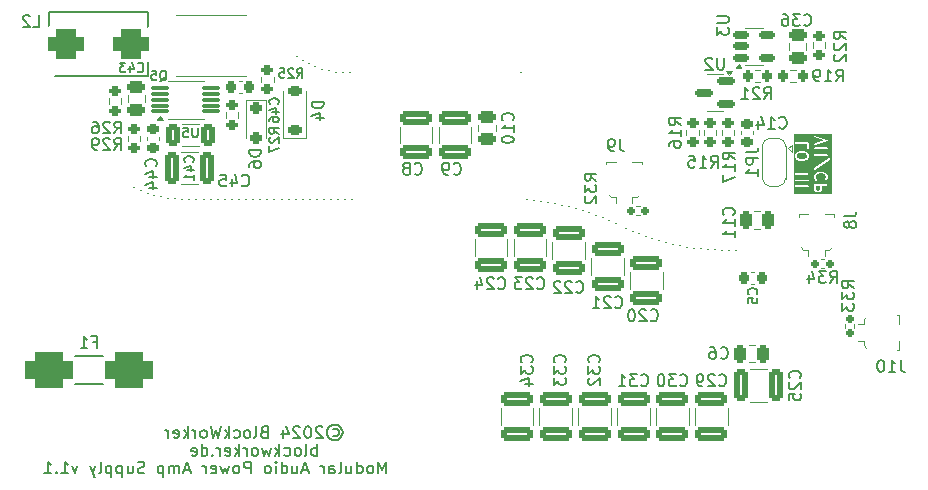
<source format=gbr>
%TF.GenerationSoftware,KiCad,Pcbnew,8.0.4*%
%TF.CreationDate,2024-09-17T23:50:54+02:00*%
%TF.ProjectId,PowerAmpSupply,506f7765-7241-46d7-9053-7570706c792e,rev?*%
%TF.SameCoordinates,Original*%
%TF.FileFunction,Legend,Bot*%
%TF.FilePolarity,Positive*%
%FSLAX46Y46*%
G04 Gerber Fmt 4.6, Leading zero omitted, Abs format (unit mm)*
G04 Created by KiCad (PCBNEW 8.0.4) date 2024-09-17 23:50:54*
%MOMM*%
%LPD*%
G01*
G04 APERTURE LIST*
G04 Aperture macros list*
%AMRoundRect*
0 Rectangle with rounded corners*
0 $1 Rounding radius*
0 $2 $3 $4 $5 $6 $7 $8 $9 X,Y pos of 4 corners*
0 Add a 4 corners polygon primitive as box body*
4,1,4,$2,$3,$4,$5,$6,$7,$8,$9,$2,$3,0*
0 Add four circle primitives for the rounded corners*
1,1,$1+$1,$2,$3*
1,1,$1+$1,$4,$5*
1,1,$1+$1,$6,$7*
1,1,$1+$1,$8,$9*
0 Add four rect primitives between the rounded corners*
20,1,$1+$1,$2,$3,$4,$5,0*
20,1,$1+$1,$4,$5,$6,$7,0*
20,1,$1+$1,$6,$7,$8,$9,0*
20,1,$1+$1,$8,$9,$2,$3,0*%
%AMFreePoly0*
4,1,19,0.550000,-0.750000,0.000000,-0.750000,0.000000,-0.744911,-0.071157,-0.744911,-0.207708,-0.704816,-0.327430,-0.627875,-0.420627,-0.520320,-0.479746,-0.390866,-0.500000,-0.250000,-0.500000,0.250000,-0.479746,0.390866,-0.420627,0.520320,-0.327430,0.627875,-0.207708,0.704816,-0.071157,0.744911,0.000000,0.744911,0.000000,0.750000,0.550000,0.750000,0.550000,-0.750000,0.550000,-0.750000,
$1*%
%AMFreePoly1*
4,1,19,0.000000,0.744911,0.071157,0.744911,0.207708,0.704816,0.327430,0.627875,0.420627,0.520320,0.479746,0.390866,0.500000,0.250000,0.500000,-0.250000,0.479746,-0.390866,0.420627,-0.520320,0.327430,-0.627875,0.207708,-0.704816,0.071157,-0.744911,0.000000,-0.744911,0.000000,-0.750000,-0.550000,-0.750000,-0.550000,0.750000,0.000000,0.750000,0.000000,0.744911,0.000000,0.744911,
$1*%
G04 Aperture macros list end*
%ADD10C,0.150000*%
%ADD11C,0.120000*%
%ADD12C,3.000000*%
%ADD13C,0.100000*%
%ADD14C,3.800000*%
%ADD15C,2.500000*%
%ADD16C,1.200000*%
%ADD17C,2.800000*%
%ADD18C,0.000000*%
%ADD19RoundRect,0.160000X-0.197500X-0.160000X0.197500X-0.160000X0.197500X0.160000X-0.197500X0.160000X0*%
%ADD20RoundRect,0.160000X0.160000X-0.197500X0.160000X0.197500X-0.160000X0.197500X-0.160000X-0.197500X0*%
%ADD21RoundRect,0.160000X0.197500X0.160000X-0.197500X0.160000X-0.197500X-0.160000X0.197500X-0.160000X0*%
%ADD22R,1.050000X1.000000*%
%ADD23R,2.200000X1.050000*%
%ADD24R,1.000000X1.050000*%
%ADD25R,1.050000X2.200000*%
%ADD26C,2.200000*%
%ADD27C,3.500000*%
%ADD28C,2.600000*%
%ADD29R,1.700000X1.700000*%
%ADD30R,2.400000X2.400000*%
%ADD31C,2.400000*%
%ADD32R,2.000000X2.000000*%
%ADD33C,2.000000*%
%ADD34C,3.000000*%
%ADD35C,1.600000*%
%ADD36C,1.800000*%
%ADD37RoundRect,0.250000X-0.250000X-0.475000X0.250000X-0.475000X0.250000X0.475000X-0.250000X0.475000X0*%
%ADD38RoundRect,0.250000X-1.100000X0.325000X-1.100000X-0.325000X1.100000X-0.325000X1.100000X0.325000X0*%
%ADD39RoundRect,0.250000X-0.325000X-1.100000X0.325000X-1.100000X0.325000X1.100000X-0.325000X1.100000X0*%
%ADD40RoundRect,0.250000X1.100000X-0.325000X1.100000X0.325000X-1.100000X0.325000X-1.100000X-0.325000X0*%
%ADD41RoundRect,0.625000X-0.875000X-0.625000X0.875000X-0.625000X0.875000X0.625000X-0.875000X0.625000X0*%
%ADD42RoundRect,0.250000X-0.250000X0.250000X-0.250000X-0.250000X0.250000X-0.250000X0.250000X0.250000X0*%
%ADD43RoundRect,0.200000X-0.275000X0.200000X-0.275000X-0.200000X0.275000X-0.200000X0.275000X0.200000X0*%
%ADD44RoundRect,0.225000X-0.225000X-0.250000X0.225000X-0.250000X0.225000X0.250000X-0.225000X0.250000X0*%
%ADD45RoundRect,0.250000X-0.475000X0.250000X-0.475000X-0.250000X0.475000X-0.250000X0.475000X0.250000X0*%
%ADD46RoundRect,0.075000X-0.650000X-0.075000X0.650000X-0.075000X0.650000X0.075000X-0.650000X0.075000X0*%
%ADD47R,1.680000X1.880000*%
%ADD48RoundRect,0.225000X0.250000X-0.225000X0.250000X0.225000X-0.250000X0.225000X-0.250000X-0.225000X0*%
%ADD49RoundRect,0.225000X0.375000X-0.225000X0.375000X0.225000X-0.375000X0.225000X-0.375000X-0.225000X0*%
%ADD50RoundRect,0.250000X-0.325000X-0.650000X0.325000X-0.650000X0.325000X0.650000X-0.325000X0.650000X0*%
%ADD51RoundRect,0.150000X-0.512500X-0.150000X0.512500X-0.150000X0.512500X0.150000X-0.512500X0.150000X0*%
%ADD52RoundRect,0.775000X1.225000X0.775000X-1.225000X0.775000X-1.225000X-0.775000X1.225000X-0.775000X0*%
%ADD53RoundRect,0.150000X0.587500X0.150000X-0.587500X0.150000X-0.587500X-0.150000X0.587500X-0.150000X0*%
%ADD54R,1.270000X0.610000*%
%ADD55R,3.810000X3.910000*%
%ADD56R,1.020000X0.610000*%
%ADD57RoundRect,0.200000X0.275000X-0.200000X0.275000X0.200000X-0.275000X0.200000X-0.275000X-0.200000X0*%
%ADD58RoundRect,0.250000X0.475000X-0.250000X0.475000X0.250000X-0.475000X0.250000X-0.475000X-0.250000X0*%
%ADD59FreePoly0,270.000000*%
%ADD60R,1.500000X1.000000*%
%ADD61FreePoly1,270.000000*%
%ADD62RoundRect,0.200000X0.200000X0.275000X-0.200000X0.275000X-0.200000X-0.275000X0.200000X-0.275000X0*%
%ADD63RoundRect,0.225000X-0.250000X0.225000X-0.250000X-0.225000X0.250000X-0.225000X0.250000X0.225000X0*%
G04 APERTURE END LIST*
D10*
X157900000Y-96000000D02*
X157900000Y-96000000D01*
X158496138Y-96067823D02*
X158496138Y-96067823D01*
X159090407Y-96150446D02*
X159090407Y-96150446D01*
X159682437Y-96247818D02*
X159682437Y-96247818D01*
X160271864Y-96359879D02*
X160271864Y-96359879D01*
X160858322Y-96486560D02*
X160858322Y-96486560D01*
X161441450Y-96627783D02*
X161441450Y-96627783D01*
X162020886Y-96783459D02*
X162020886Y-96783459D01*
X162596273Y-96953493D02*
X162596273Y-96953493D01*
X163167254Y-97137780D02*
X163167254Y-97137780D01*
X163733477Y-97336205D02*
X163733477Y-97336205D01*
X164294592Y-97548646D02*
X164294592Y-97548646D01*
X164850252Y-97774973D02*
X164850252Y-97774973D01*
X165400114Y-98015044D02*
X165400114Y-98015044D01*
X142900000Y-85300000D02*
X142900000Y-85300000D01*
X142300347Y-85284304D02*
X142300347Y-85284304D01*
X141703582Y-85223472D02*
X141703582Y-85223472D01*
X141113096Y-85117851D02*
X141113096Y-85117851D01*
X140532246Y-84968041D02*
X140532246Y-84968041D01*
X139964335Y-84774892D02*
X139964335Y-84774892D01*
X139412591Y-84539504D02*
X139412591Y-84539504D01*
X138880149Y-84263215D02*
X138880149Y-84263215D01*
X138370038Y-83947595D02*
X138370038Y-83947595D01*
X142900000Y-85300000D02*
X142900000Y-85300000D01*
X175000000Y-100300000D02*
X175000000Y-100300000D01*
X174400031Y-100303113D02*
X174400031Y-100303113D01*
X173800253Y-100287720D02*
X173800253Y-100287720D01*
X173201234Y-100253835D02*
X173201234Y-100253835D01*
X172603546Y-100201490D02*
X172603546Y-100201490D01*
X172007756Y-100130736D02*
X172007756Y-100130736D01*
X171414432Y-100041640D02*
X171414432Y-100041640D01*
X170824138Y-99934285D02*
X170824138Y-99934285D01*
X170237437Y-99808776D02*
X170237437Y-99808776D01*
X169654886Y-99665230D02*
X169654886Y-99665230D01*
X169077039Y-99503785D02*
X169077039Y-99503785D01*
X168504446Y-99324593D02*
X168504446Y-99324593D01*
X167937653Y-99127827D02*
X167937653Y-99127827D01*
X167377199Y-98913672D02*
X167377199Y-98913672D01*
X166823616Y-98682334D02*
X166823616Y-98682334D01*
X166277432Y-98434030D02*
X166277432Y-98434030D01*
X129300000Y-96000000D02*
X129300000Y-96000000D01*
X128700087Y-95998678D02*
X128700087Y-95998678D01*
X128101280Y-95962244D02*
X128101280Y-95962244D01*
X127505632Y-95890823D02*
X127505632Y-95890823D01*
X126915186Y-95784659D02*
X126915186Y-95784659D01*
X126331967Y-95644116D02*
X126331967Y-95644116D01*
X125757974Y-95469677D02*
X125757974Y-95469677D01*
X125195175Y-95261939D02*
X125195175Y-95261939D01*
X124645501Y-95021615D02*
X124645501Y-95021615D01*
X129300000Y-96000000D02*
X129300000Y-96000000D01*
X129900000Y-96000000D02*
X129900000Y-96000000D01*
X130500000Y-96000000D02*
X130500000Y-96000000D01*
X131100000Y-96000000D02*
X131100000Y-96000000D01*
X131700000Y-96000000D02*
X131700000Y-96000000D01*
X132300000Y-96000000D02*
X132300000Y-96000000D01*
X132900000Y-96000000D02*
X132900000Y-96000000D01*
X133500000Y-96000000D02*
X133500000Y-96000000D01*
X134100000Y-96000000D02*
X134100000Y-96000000D01*
X134700000Y-96000000D02*
X134700000Y-96000000D01*
X135300000Y-96000000D02*
X135300000Y-96000000D01*
X135900000Y-96000000D02*
X135900000Y-96000000D01*
X136500000Y-96000000D02*
X136500000Y-96000000D01*
X137100000Y-96000000D02*
X137100000Y-96000000D01*
X137700000Y-96000000D02*
X137700000Y-96000000D01*
X138300000Y-96000000D02*
X138300000Y-96000000D01*
X138900000Y-96000000D02*
X138900000Y-96000000D01*
X139500000Y-96000000D02*
X139500000Y-96000000D01*
X140100000Y-96000000D02*
X140100000Y-96000000D01*
X140700000Y-96000000D02*
X140700000Y-96000000D01*
X141300000Y-96000000D02*
X141300000Y-96000000D01*
X141900000Y-96000000D02*
X141900000Y-96000000D01*
X142500000Y-96000000D02*
X142500000Y-96000000D01*
X143100000Y-96000000D02*
X143100000Y-96000000D01*
X175000000Y-100300000D02*
X175000000Y-100300000D01*
X175600000Y-100300000D02*
X175600000Y-100300000D01*
X157350000Y-85300000D02*
X157350000Y-85300000D01*
X145963220Y-119254819D02*
X145963220Y-118254819D01*
X145963220Y-118254819D02*
X145629887Y-118969104D01*
X145629887Y-118969104D02*
X145296554Y-118254819D01*
X145296554Y-118254819D02*
X145296554Y-119254819D01*
X144677506Y-119254819D02*
X144772744Y-119207200D01*
X144772744Y-119207200D02*
X144820363Y-119159580D01*
X144820363Y-119159580D02*
X144867982Y-119064342D01*
X144867982Y-119064342D02*
X144867982Y-118778628D01*
X144867982Y-118778628D02*
X144820363Y-118683390D01*
X144820363Y-118683390D02*
X144772744Y-118635771D01*
X144772744Y-118635771D02*
X144677506Y-118588152D01*
X144677506Y-118588152D02*
X144534649Y-118588152D01*
X144534649Y-118588152D02*
X144439411Y-118635771D01*
X144439411Y-118635771D02*
X144391792Y-118683390D01*
X144391792Y-118683390D02*
X144344173Y-118778628D01*
X144344173Y-118778628D02*
X144344173Y-119064342D01*
X144344173Y-119064342D02*
X144391792Y-119159580D01*
X144391792Y-119159580D02*
X144439411Y-119207200D01*
X144439411Y-119207200D02*
X144534649Y-119254819D01*
X144534649Y-119254819D02*
X144677506Y-119254819D01*
X143487030Y-119254819D02*
X143487030Y-118254819D01*
X143487030Y-119207200D02*
X143582268Y-119254819D01*
X143582268Y-119254819D02*
X143772744Y-119254819D01*
X143772744Y-119254819D02*
X143867982Y-119207200D01*
X143867982Y-119207200D02*
X143915601Y-119159580D01*
X143915601Y-119159580D02*
X143963220Y-119064342D01*
X143963220Y-119064342D02*
X143963220Y-118778628D01*
X143963220Y-118778628D02*
X143915601Y-118683390D01*
X143915601Y-118683390D02*
X143867982Y-118635771D01*
X143867982Y-118635771D02*
X143772744Y-118588152D01*
X143772744Y-118588152D02*
X143582268Y-118588152D01*
X143582268Y-118588152D02*
X143487030Y-118635771D01*
X142582268Y-118588152D02*
X142582268Y-119254819D01*
X143010839Y-118588152D02*
X143010839Y-119111961D01*
X143010839Y-119111961D02*
X142963220Y-119207200D01*
X142963220Y-119207200D02*
X142867982Y-119254819D01*
X142867982Y-119254819D02*
X142725125Y-119254819D01*
X142725125Y-119254819D02*
X142629887Y-119207200D01*
X142629887Y-119207200D02*
X142582268Y-119159580D01*
X141963220Y-119254819D02*
X142058458Y-119207200D01*
X142058458Y-119207200D02*
X142106077Y-119111961D01*
X142106077Y-119111961D02*
X142106077Y-118254819D01*
X141153696Y-119254819D02*
X141153696Y-118731009D01*
X141153696Y-118731009D02*
X141201315Y-118635771D01*
X141201315Y-118635771D02*
X141296553Y-118588152D01*
X141296553Y-118588152D02*
X141487029Y-118588152D01*
X141487029Y-118588152D02*
X141582267Y-118635771D01*
X141153696Y-119207200D02*
X141248934Y-119254819D01*
X141248934Y-119254819D02*
X141487029Y-119254819D01*
X141487029Y-119254819D02*
X141582267Y-119207200D01*
X141582267Y-119207200D02*
X141629886Y-119111961D01*
X141629886Y-119111961D02*
X141629886Y-119016723D01*
X141629886Y-119016723D02*
X141582267Y-118921485D01*
X141582267Y-118921485D02*
X141487029Y-118873866D01*
X141487029Y-118873866D02*
X141248934Y-118873866D01*
X141248934Y-118873866D02*
X141153696Y-118826247D01*
X140677505Y-119254819D02*
X140677505Y-118588152D01*
X140677505Y-118778628D02*
X140629886Y-118683390D01*
X140629886Y-118683390D02*
X140582267Y-118635771D01*
X140582267Y-118635771D02*
X140487029Y-118588152D01*
X140487029Y-118588152D02*
X140391791Y-118588152D01*
X139344171Y-118969104D02*
X138867981Y-118969104D01*
X139439409Y-119254819D02*
X139106076Y-118254819D01*
X139106076Y-118254819D02*
X138772743Y-119254819D01*
X138010838Y-118588152D02*
X138010838Y-119254819D01*
X138439409Y-118588152D02*
X138439409Y-119111961D01*
X138439409Y-119111961D02*
X138391790Y-119207200D01*
X138391790Y-119207200D02*
X138296552Y-119254819D01*
X138296552Y-119254819D02*
X138153695Y-119254819D01*
X138153695Y-119254819D02*
X138058457Y-119207200D01*
X138058457Y-119207200D02*
X138010838Y-119159580D01*
X137106076Y-119254819D02*
X137106076Y-118254819D01*
X137106076Y-119207200D02*
X137201314Y-119254819D01*
X137201314Y-119254819D02*
X137391790Y-119254819D01*
X137391790Y-119254819D02*
X137487028Y-119207200D01*
X137487028Y-119207200D02*
X137534647Y-119159580D01*
X137534647Y-119159580D02*
X137582266Y-119064342D01*
X137582266Y-119064342D02*
X137582266Y-118778628D01*
X137582266Y-118778628D02*
X137534647Y-118683390D01*
X137534647Y-118683390D02*
X137487028Y-118635771D01*
X137487028Y-118635771D02*
X137391790Y-118588152D01*
X137391790Y-118588152D02*
X137201314Y-118588152D01*
X137201314Y-118588152D02*
X137106076Y-118635771D01*
X136629885Y-119254819D02*
X136629885Y-118588152D01*
X136629885Y-118254819D02*
X136677504Y-118302438D01*
X136677504Y-118302438D02*
X136629885Y-118350057D01*
X136629885Y-118350057D02*
X136582266Y-118302438D01*
X136582266Y-118302438D02*
X136629885Y-118254819D01*
X136629885Y-118254819D02*
X136629885Y-118350057D01*
X136010838Y-119254819D02*
X136106076Y-119207200D01*
X136106076Y-119207200D02*
X136153695Y-119159580D01*
X136153695Y-119159580D02*
X136201314Y-119064342D01*
X136201314Y-119064342D02*
X136201314Y-118778628D01*
X136201314Y-118778628D02*
X136153695Y-118683390D01*
X136153695Y-118683390D02*
X136106076Y-118635771D01*
X136106076Y-118635771D02*
X136010838Y-118588152D01*
X136010838Y-118588152D02*
X135867981Y-118588152D01*
X135867981Y-118588152D02*
X135772743Y-118635771D01*
X135772743Y-118635771D02*
X135725124Y-118683390D01*
X135725124Y-118683390D02*
X135677505Y-118778628D01*
X135677505Y-118778628D02*
X135677505Y-119064342D01*
X135677505Y-119064342D02*
X135725124Y-119159580D01*
X135725124Y-119159580D02*
X135772743Y-119207200D01*
X135772743Y-119207200D02*
X135867981Y-119254819D01*
X135867981Y-119254819D02*
X136010838Y-119254819D01*
X134487028Y-119254819D02*
X134487028Y-118254819D01*
X134487028Y-118254819D02*
X134106076Y-118254819D01*
X134106076Y-118254819D02*
X134010838Y-118302438D01*
X134010838Y-118302438D02*
X133963219Y-118350057D01*
X133963219Y-118350057D02*
X133915600Y-118445295D01*
X133915600Y-118445295D02*
X133915600Y-118588152D01*
X133915600Y-118588152D02*
X133963219Y-118683390D01*
X133963219Y-118683390D02*
X134010838Y-118731009D01*
X134010838Y-118731009D02*
X134106076Y-118778628D01*
X134106076Y-118778628D02*
X134487028Y-118778628D01*
X133344171Y-119254819D02*
X133439409Y-119207200D01*
X133439409Y-119207200D02*
X133487028Y-119159580D01*
X133487028Y-119159580D02*
X133534647Y-119064342D01*
X133534647Y-119064342D02*
X133534647Y-118778628D01*
X133534647Y-118778628D02*
X133487028Y-118683390D01*
X133487028Y-118683390D02*
X133439409Y-118635771D01*
X133439409Y-118635771D02*
X133344171Y-118588152D01*
X133344171Y-118588152D02*
X133201314Y-118588152D01*
X133201314Y-118588152D02*
X133106076Y-118635771D01*
X133106076Y-118635771D02*
X133058457Y-118683390D01*
X133058457Y-118683390D02*
X133010838Y-118778628D01*
X133010838Y-118778628D02*
X133010838Y-119064342D01*
X133010838Y-119064342D02*
X133058457Y-119159580D01*
X133058457Y-119159580D02*
X133106076Y-119207200D01*
X133106076Y-119207200D02*
X133201314Y-119254819D01*
X133201314Y-119254819D02*
X133344171Y-119254819D01*
X132677504Y-118588152D02*
X132487028Y-119254819D01*
X132487028Y-119254819D02*
X132296552Y-118778628D01*
X132296552Y-118778628D02*
X132106076Y-119254819D01*
X132106076Y-119254819D02*
X131915600Y-118588152D01*
X131153695Y-119207200D02*
X131248933Y-119254819D01*
X131248933Y-119254819D02*
X131439409Y-119254819D01*
X131439409Y-119254819D02*
X131534647Y-119207200D01*
X131534647Y-119207200D02*
X131582266Y-119111961D01*
X131582266Y-119111961D02*
X131582266Y-118731009D01*
X131582266Y-118731009D02*
X131534647Y-118635771D01*
X131534647Y-118635771D02*
X131439409Y-118588152D01*
X131439409Y-118588152D02*
X131248933Y-118588152D01*
X131248933Y-118588152D02*
X131153695Y-118635771D01*
X131153695Y-118635771D02*
X131106076Y-118731009D01*
X131106076Y-118731009D02*
X131106076Y-118826247D01*
X131106076Y-118826247D02*
X131582266Y-118921485D01*
X130677504Y-119254819D02*
X130677504Y-118588152D01*
X130677504Y-118778628D02*
X130629885Y-118683390D01*
X130629885Y-118683390D02*
X130582266Y-118635771D01*
X130582266Y-118635771D02*
X130487028Y-118588152D01*
X130487028Y-118588152D02*
X130391790Y-118588152D01*
X129344170Y-118969104D02*
X128867980Y-118969104D01*
X129439408Y-119254819D02*
X129106075Y-118254819D01*
X129106075Y-118254819D02*
X128772742Y-119254819D01*
X128439408Y-119254819D02*
X128439408Y-118588152D01*
X128439408Y-118683390D02*
X128391789Y-118635771D01*
X128391789Y-118635771D02*
X128296551Y-118588152D01*
X128296551Y-118588152D02*
X128153694Y-118588152D01*
X128153694Y-118588152D02*
X128058456Y-118635771D01*
X128058456Y-118635771D02*
X128010837Y-118731009D01*
X128010837Y-118731009D02*
X128010837Y-119254819D01*
X128010837Y-118731009D02*
X127963218Y-118635771D01*
X127963218Y-118635771D02*
X127867980Y-118588152D01*
X127867980Y-118588152D02*
X127725123Y-118588152D01*
X127725123Y-118588152D02*
X127629884Y-118635771D01*
X127629884Y-118635771D02*
X127582265Y-118731009D01*
X127582265Y-118731009D02*
X127582265Y-119254819D01*
X127106075Y-118588152D02*
X127106075Y-119588152D01*
X127106075Y-118635771D02*
X127010837Y-118588152D01*
X127010837Y-118588152D02*
X126820361Y-118588152D01*
X126820361Y-118588152D02*
X126725123Y-118635771D01*
X126725123Y-118635771D02*
X126677504Y-118683390D01*
X126677504Y-118683390D02*
X126629885Y-118778628D01*
X126629885Y-118778628D02*
X126629885Y-119064342D01*
X126629885Y-119064342D02*
X126677504Y-119159580D01*
X126677504Y-119159580D02*
X126725123Y-119207200D01*
X126725123Y-119207200D02*
X126820361Y-119254819D01*
X126820361Y-119254819D02*
X127010837Y-119254819D01*
X127010837Y-119254819D02*
X127106075Y-119207200D01*
X125487027Y-119207200D02*
X125344170Y-119254819D01*
X125344170Y-119254819D02*
X125106075Y-119254819D01*
X125106075Y-119254819D02*
X125010837Y-119207200D01*
X125010837Y-119207200D02*
X124963218Y-119159580D01*
X124963218Y-119159580D02*
X124915599Y-119064342D01*
X124915599Y-119064342D02*
X124915599Y-118969104D01*
X124915599Y-118969104D02*
X124963218Y-118873866D01*
X124963218Y-118873866D02*
X125010837Y-118826247D01*
X125010837Y-118826247D02*
X125106075Y-118778628D01*
X125106075Y-118778628D02*
X125296551Y-118731009D01*
X125296551Y-118731009D02*
X125391789Y-118683390D01*
X125391789Y-118683390D02*
X125439408Y-118635771D01*
X125439408Y-118635771D02*
X125487027Y-118540533D01*
X125487027Y-118540533D02*
X125487027Y-118445295D01*
X125487027Y-118445295D02*
X125439408Y-118350057D01*
X125439408Y-118350057D02*
X125391789Y-118302438D01*
X125391789Y-118302438D02*
X125296551Y-118254819D01*
X125296551Y-118254819D02*
X125058456Y-118254819D01*
X125058456Y-118254819D02*
X124915599Y-118302438D01*
X124058456Y-118588152D02*
X124058456Y-119254819D01*
X124487027Y-118588152D02*
X124487027Y-119111961D01*
X124487027Y-119111961D02*
X124439408Y-119207200D01*
X124439408Y-119207200D02*
X124344170Y-119254819D01*
X124344170Y-119254819D02*
X124201313Y-119254819D01*
X124201313Y-119254819D02*
X124106075Y-119207200D01*
X124106075Y-119207200D02*
X124058456Y-119159580D01*
X123582265Y-118588152D02*
X123582265Y-119588152D01*
X123582265Y-118635771D02*
X123487027Y-118588152D01*
X123487027Y-118588152D02*
X123296551Y-118588152D01*
X123296551Y-118588152D02*
X123201313Y-118635771D01*
X123201313Y-118635771D02*
X123153694Y-118683390D01*
X123153694Y-118683390D02*
X123106075Y-118778628D01*
X123106075Y-118778628D02*
X123106075Y-119064342D01*
X123106075Y-119064342D02*
X123153694Y-119159580D01*
X123153694Y-119159580D02*
X123201313Y-119207200D01*
X123201313Y-119207200D02*
X123296551Y-119254819D01*
X123296551Y-119254819D02*
X123487027Y-119254819D01*
X123487027Y-119254819D02*
X123582265Y-119207200D01*
X122677503Y-118588152D02*
X122677503Y-119588152D01*
X122677503Y-118635771D02*
X122582265Y-118588152D01*
X122582265Y-118588152D02*
X122391789Y-118588152D01*
X122391789Y-118588152D02*
X122296551Y-118635771D01*
X122296551Y-118635771D02*
X122248932Y-118683390D01*
X122248932Y-118683390D02*
X122201313Y-118778628D01*
X122201313Y-118778628D02*
X122201313Y-119064342D01*
X122201313Y-119064342D02*
X122248932Y-119159580D01*
X122248932Y-119159580D02*
X122296551Y-119207200D01*
X122296551Y-119207200D02*
X122391789Y-119254819D01*
X122391789Y-119254819D02*
X122582265Y-119254819D01*
X122582265Y-119254819D02*
X122677503Y-119207200D01*
X121629884Y-119254819D02*
X121725122Y-119207200D01*
X121725122Y-119207200D02*
X121772741Y-119111961D01*
X121772741Y-119111961D02*
X121772741Y-118254819D01*
X121344169Y-118588152D02*
X121106074Y-119254819D01*
X120867979Y-118588152D02*
X121106074Y-119254819D01*
X121106074Y-119254819D02*
X121201312Y-119492914D01*
X121201312Y-119492914D02*
X121248931Y-119540533D01*
X121248931Y-119540533D02*
X121344169Y-119588152D01*
X119820359Y-118588152D02*
X119582264Y-119254819D01*
X119582264Y-119254819D02*
X119344169Y-118588152D01*
X118439407Y-119254819D02*
X119010835Y-119254819D01*
X118725121Y-119254819D02*
X118725121Y-118254819D01*
X118725121Y-118254819D02*
X118820359Y-118397676D01*
X118820359Y-118397676D02*
X118915597Y-118492914D01*
X118915597Y-118492914D02*
X119010835Y-118540533D01*
X118010835Y-119159580D02*
X117963216Y-119207200D01*
X117963216Y-119207200D02*
X118010835Y-119254819D01*
X118010835Y-119254819D02*
X118058454Y-119207200D01*
X118058454Y-119207200D02*
X118010835Y-119159580D01*
X118010835Y-119159580D02*
X118010835Y-119254819D01*
X117010836Y-119254819D02*
X117582264Y-119254819D01*
X117296550Y-119254819D02*
X117296550Y-118254819D01*
X117296550Y-118254819D02*
X117391788Y-118397676D01*
X117391788Y-118397676D02*
X117487026Y-118492914D01*
X117487026Y-118492914D02*
X117582264Y-118540533D01*
G36*
X182708600Y-95177533D02*
G01*
X182674342Y-95246049D01*
X182643935Y-95276456D01*
X182575419Y-95310714D01*
X182467972Y-95310714D01*
X182399456Y-95276456D01*
X182369049Y-95246049D01*
X182334791Y-95177533D01*
X182334791Y-94889286D01*
X182708600Y-94889286D01*
X182708600Y-95177533D01*
G37*
G36*
X181468645Y-92143913D02*
G01*
X181540589Y-92215856D01*
X181574847Y-92284372D01*
X181574847Y-92439438D01*
X181540589Y-92507953D01*
X181468645Y-92579896D01*
X181307279Y-92620238D01*
X180992414Y-92620238D01*
X180831047Y-92579896D01*
X180759105Y-92507954D01*
X180724847Y-92439438D01*
X180724847Y-92284372D01*
X180759105Y-92215856D01*
X180831047Y-92143913D01*
X180992414Y-92103572D01*
X181307279Y-92103572D01*
X181468645Y-92143913D01*
G37*
G36*
X183683997Y-95571825D02*
G01*
X180463736Y-95571825D01*
X180463736Y-94918702D01*
X180576288Y-94918702D01*
X180576288Y-94947966D01*
X180587487Y-94975002D01*
X180608179Y-94995694D01*
X180635215Y-95006893D01*
X180649847Y-95008334D01*
X181649847Y-95008334D01*
X181664479Y-95006893D01*
X181691515Y-94995694D01*
X181712207Y-94975002D01*
X181723406Y-94947966D01*
X181723406Y-94918702D01*
X181712207Y-94891666D01*
X181691515Y-94870974D01*
X181664479Y-94859775D01*
X181649847Y-94858334D01*
X180649847Y-94858334D01*
X180635215Y-94859775D01*
X180608179Y-94870974D01*
X180587487Y-94891666D01*
X180576288Y-94918702D01*
X180463736Y-94918702D01*
X180463736Y-94814286D01*
X182184791Y-94814286D01*
X182184791Y-95195238D01*
X182186232Y-95209870D01*
X182187263Y-95212359D01*
X182187454Y-95215047D01*
X182192709Y-95228779D01*
X182240328Y-95324017D01*
X182244292Y-95330316D01*
X182245050Y-95332144D01*
X182246738Y-95334200D01*
X182248160Y-95336460D01*
X182249658Y-95337759D01*
X182254377Y-95343509D01*
X182301996Y-95391128D01*
X182307745Y-95395846D01*
X182309045Y-95397345D01*
X182311304Y-95398766D01*
X182313361Y-95400455D01*
X182315188Y-95401212D01*
X182321488Y-95405177D01*
X182416726Y-95452796D01*
X182430457Y-95458051D01*
X182433146Y-95458242D01*
X182435635Y-95459273D01*
X182450267Y-95460714D01*
X182593124Y-95460714D01*
X182607756Y-95459273D01*
X182610245Y-95458241D01*
X182612933Y-95458051D01*
X182626665Y-95452796D01*
X182721903Y-95405177D01*
X182728202Y-95401212D01*
X182730030Y-95400455D01*
X182732086Y-95398766D01*
X182734346Y-95397345D01*
X182735645Y-95395846D01*
X182741395Y-95391128D01*
X182789014Y-95343509D01*
X182793732Y-95337759D01*
X182795231Y-95336460D01*
X182796652Y-95334200D01*
X182798341Y-95332144D01*
X182799098Y-95330316D01*
X182803063Y-95324017D01*
X182850682Y-95228779D01*
X182855937Y-95215048D01*
X182856128Y-95212358D01*
X182857159Y-95209870D01*
X182858600Y-95195238D01*
X182858600Y-94889286D01*
X183259791Y-94889286D01*
X183274423Y-94887845D01*
X183301459Y-94876646D01*
X183322151Y-94855954D01*
X183333350Y-94828918D01*
X183333350Y-94799654D01*
X183322151Y-94772618D01*
X183301459Y-94751926D01*
X183274423Y-94740727D01*
X183259791Y-94739286D01*
X182259791Y-94739286D01*
X182245159Y-94740727D01*
X182218123Y-94751926D01*
X182197431Y-94772618D01*
X182186232Y-94799654D01*
X182184791Y-94814286D01*
X180463736Y-94814286D01*
X180463736Y-93871083D01*
X180576288Y-93871083D01*
X180576288Y-93900347D01*
X180587487Y-93927383D01*
X180608179Y-93948075D01*
X180635215Y-93959274D01*
X180649847Y-93960715D01*
X181051037Y-93960715D01*
X181051037Y-94382143D01*
X180649847Y-94382143D01*
X180635215Y-94383584D01*
X180608179Y-94394783D01*
X180587487Y-94415475D01*
X180576288Y-94442511D01*
X180576288Y-94471775D01*
X180587487Y-94498811D01*
X180608179Y-94519503D01*
X180635215Y-94530702D01*
X180649847Y-94532143D01*
X181649847Y-94532143D01*
X181664479Y-94530702D01*
X181691515Y-94519503D01*
X181712207Y-94498811D01*
X181723406Y-94471775D01*
X181723406Y-94442511D01*
X181712207Y-94415475D01*
X181691515Y-94394783D01*
X181664479Y-94383584D01*
X181649847Y-94382143D01*
X181201037Y-94382143D01*
X181201037Y-94100000D01*
X182184791Y-94100000D01*
X182184791Y-94195238D01*
X182185520Y-94202643D01*
X182185380Y-94204618D01*
X182185970Y-94207215D01*
X182186232Y-94209870D01*
X182186990Y-94211701D01*
X182188640Y-94218955D01*
X182236259Y-94361812D01*
X182242253Y-94375237D01*
X182244018Y-94377272D01*
X182245050Y-94379763D01*
X182254377Y-94391128D01*
X182301996Y-94438747D01*
X182313361Y-94448074D01*
X182340397Y-94459273D01*
X182369660Y-94459273D01*
X182396696Y-94448074D01*
X182417389Y-94427381D01*
X182428588Y-94400345D01*
X182428588Y-94371082D01*
X182417389Y-94344046D01*
X182408062Y-94332681D01*
X182372962Y-94297581D01*
X182334791Y-94183067D01*
X182334791Y-94112170D01*
X182372962Y-93997656D01*
X182447075Y-93923544D01*
X182524062Y-93885050D01*
X182697596Y-93841667D01*
X182821985Y-93841667D01*
X182995519Y-93885050D01*
X183072506Y-93923544D01*
X183146620Y-93997657D01*
X183184791Y-94112170D01*
X183184791Y-94183068D01*
X183146620Y-94297580D01*
X183111520Y-94332680D01*
X183102192Y-94344046D01*
X183090993Y-94371082D01*
X183090993Y-94400345D01*
X183102191Y-94427381D01*
X183122884Y-94448074D01*
X183149920Y-94459273D01*
X183179183Y-94459273D01*
X183206219Y-94448075D01*
X183217584Y-94438748D01*
X183265204Y-94391129D01*
X183274532Y-94379763D01*
X183275562Y-94377274D01*
X183277329Y-94375238D01*
X183283323Y-94361812D01*
X183330942Y-94218956D01*
X183332591Y-94211700D01*
X183333350Y-94209870D01*
X183333611Y-94207216D01*
X183334202Y-94204619D01*
X183334061Y-94202644D01*
X183334791Y-94195238D01*
X183334791Y-94100000D01*
X183334061Y-94092593D01*
X183334202Y-94090619D01*
X183333611Y-94088021D01*
X183333350Y-94085368D01*
X183332591Y-94083537D01*
X183330942Y-94076282D01*
X183283323Y-93933426D01*
X183277329Y-93920000D01*
X183275564Y-93917965D01*
X183274533Y-93915475D01*
X183265205Y-93904110D01*
X183169966Y-93808872D01*
X183164216Y-93804153D01*
X183162917Y-93802655D01*
X183160658Y-93801233D01*
X183158600Y-93799544D01*
X183156770Y-93798786D01*
X183150474Y-93794823D01*
X183055236Y-93747204D01*
X183054166Y-93746794D01*
X183053731Y-93746472D01*
X183047585Y-93744276D01*
X183041504Y-93741949D01*
X183040964Y-93741910D01*
X183039885Y-93741525D01*
X182849409Y-93693906D01*
X182846872Y-93693530D01*
X182845851Y-93693108D01*
X182840338Y-93692565D01*
X182834865Y-93691756D01*
X182833772Y-93691918D01*
X182831219Y-93691667D01*
X182688362Y-93691667D01*
X182685808Y-93691918D01*
X182684716Y-93691756D01*
X182679242Y-93692565D01*
X182673730Y-93693108D01*
X182672708Y-93693530D01*
X182670172Y-93693906D01*
X182479696Y-93741525D01*
X182478616Y-93741910D01*
X182478076Y-93741949D01*
X182471986Y-93744279D01*
X182465850Y-93746472D01*
X182465414Y-93746794D01*
X182464345Y-93747204D01*
X182369107Y-93794823D01*
X182362812Y-93798785D01*
X182360980Y-93799544D01*
X182358918Y-93801235D01*
X182356664Y-93802655D01*
X182355365Y-93804151D01*
X182349615Y-93808872D01*
X182254377Y-93904110D01*
X182245050Y-93915475D01*
X182244018Y-93917965D01*
X182242253Y-93920001D01*
X182236259Y-93933426D01*
X182188640Y-94076283D01*
X182186990Y-94083536D01*
X182186232Y-94085368D01*
X182185970Y-94088022D01*
X182185380Y-94090620D01*
X182185520Y-94092594D01*
X182184791Y-94100000D01*
X181201037Y-94100000D01*
X181201037Y-93960715D01*
X181649847Y-93960715D01*
X181664479Y-93959274D01*
X181691515Y-93948075D01*
X181712207Y-93927383D01*
X181723406Y-93900347D01*
X181723406Y-93871083D01*
X181712207Y-93844047D01*
X181691515Y-93823355D01*
X181664479Y-93812156D01*
X181649847Y-93810715D01*
X180649847Y-93810715D01*
X180635215Y-93812156D01*
X180608179Y-93823355D01*
X180587487Y-93844047D01*
X180576288Y-93871083D01*
X180463736Y-93871083D01*
X180463736Y-93480873D01*
X182137172Y-93480873D01*
X182142851Y-93509581D01*
X182159084Y-93533930D01*
X182183399Y-93550213D01*
X182212093Y-93555952D01*
X182240801Y-93550273D01*
X182253774Y-93543356D01*
X183539489Y-92686214D01*
X183550864Y-92676898D01*
X183567147Y-92652583D01*
X183572886Y-92623889D01*
X183567208Y-92595181D01*
X183550975Y-92570832D01*
X183526660Y-92554549D01*
X183497965Y-92548810D01*
X183469258Y-92554489D01*
X183456284Y-92561406D01*
X182170570Y-93418548D01*
X182159194Y-93427864D01*
X182142911Y-93452179D01*
X182137172Y-93480873D01*
X180463736Y-93480873D01*
X180463736Y-92266667D01*
X180574847Y-92266667D01*
X180574847Y-92457143D01*
X180576288Y-92471775D01*
X180577319Y-92474264D01*
X180577510Y-92476952D01*
X180582765Y-92490684D01*
X180630384Y-92585922D01*
X180634348Y-92592221D01*
X180635106Y-92594049D01*
X180636794Y-92596105D01*
X180638216Y-92598365D01*
X180639714Y-92599664D01*
X180644433Y-92605414D01*
X180739671Y-92700652D01*
X180751036Y-92709980D01*
X180756189Y-92712114D01*
X180760668Y-92715433D01*
X180774514Y-92720380D01*
X180964990Y-92767999D01*
X180967526Y-92768374D01*
X180968548Y-92768797D01*
X180974060Y-92769339D01*
X180979534Y-92770149D01*
X180980626Y-92769986D01*
X180983180Y-92770238D01*
X181316513Y-92770238D01*
X181319066Y-92769986D01*
X181320159Y-92770149D01*
X181325632Y-92769339D01*
X181331145Y-92768797D01*
X181332166Y-92768374D01*
X181334703Y-92767999D01*
X181525179Y-92720380D01*
X181539025Y-92715433D01*
X181543504Y-92712113D01*
X181548656Y-92709980D01*
X181560022Y-92700652D01*
X181655261Y-92605414D01*
X181659981Y-92599663D01*
X181661478Y-92598365D01*
X181662897Y-92596110D01*
X181664589Y-92594049D01*
X181665347Y-92592216D01*
X181669310Y-92585922D01*
X181716929Y-92490684D01*
X181722184Y-92476953D01*
X181722375Y-92474263D01*
X181723406Y-92471775D01*
X181724847Y-92457143D01*
X181724847Y-92266667D01*
X181723406Y-92252035D01*
X181722375Y-92249546D01*
X181722184Y-92246857D01*
X181716929Y-92233126D01*
X181669310Y-92137888D01*
X181665347Y-92131593D01*
X181664589Y-92129761D01*
X181662897Y-92127699D01*
X181661478Y-92125445D01*
X181659981Y-92124146D01*
X181655261Y-92118396D01*
X181560022Y-92023158D01*
X181548656Y-92013830D01*
X181543504Y-92011696D01*
X181539025Y-92008377D01*
X181525179Y-92003430D01*
X181334703Y-91955811D01*
X181332166Y-91955435D01*
X181331145Y-91955013D01*
X181325632Y-91954470D01*
X181320159Y-91953661D01*
X181319066Y-91953823D01*
X181316513Y-91953572D01*
X180983180Y-91953572D01*
X180980626Y-91953823D01*
X180979534Y-91953661D01*
X180974060Y-91954470D01*
X180968548Y-91955013D01*
X180967526Y-91955435D01*
X180964990Y-91955811D01*
X180774514Y-92003430D01*
X180760668Y-92008377D01*
X180756189Y-92011695D01*
X180751036Y-92013830D01*
X180739671Y-92023158D01*
X180644433Y-92118396D01*
X180639714Y-92124145D01*
X180638216Y-92125445D01*
X180636794Y-92127704D01*
X180635106Y-92129761D01*
X180634348Y-92131588D01*
X180630384Y-92137888D01*
X180582765Y-92233126D01*
X180577510Y-92246858D01*
X180577319Y-92249545D01*
X180576288Y-92252035D01*
X180574847Y-92266667D01*
X180463736Y-92266667D01*
X180463736Y-91252035D01*
X180576288Y-91252035D01*
X180576288Y-91281299D01*
X180587487Y-91308335D01*
X180608179Y-91329027D01*
X180635215Y-91340226D01*
X180649847Y-91341667D01*
X181574847Y-91341667D01*
X181574847Y-91742857D01*
X181576288Y-91757489D01*
X181587487Y-91784525D01*
X181608179Y-91805217D01*
X181635215Y-91816416D01*
X181664479Y-91816416D01*
X181691515Y-91805217D01*
X181712207Y-91784525D01*
X181723406Y-91757489D01*
X181724847Y-91742857D01*
X181724847Y-91704416D01*
X182186232Y-91704416D01*
X182186232Y-91733680D01*
X182197431Y-91760716D01*
X182218123Y-91781408D01*
X182245159Y-91792607D01*
X182259791Y-91794048D01*
X182660981Y-91794048D01*
X182660981Y-92215476D01*
X182259791Y-92215476D01*
X182245159Y-92216917D01*
X182218123Y-92228116D01*
X182197431Y-92248808D01*
X182186232Y-92275844D01*
X182186232Y-92305108D01*
X182197431Y-92332144D01*
X182218123Y-92352836D01*
X182245159Y-92364035D01*
X182259791Y-92365476D01*
X183259791Y-92365476D01*
X183274423Y-92364035D01*
X183301459Y-92352836D01*
X183322151Y-92332144D01*
X183333350Y-92305108D01*
X183333350Y-92275844D01*
X183322151Y-92248808D01*
X183301459Y-92228116D01*
X183274423Y-92216917D01*
X183259791Y-92215476D01*
X182810981Y-92215476D01*
X182810981Y-91794048D01*
X183259791Y-91794048D01*
X183274423Y-91792607D01*
X183301459Y-91781408D01*
X183322151Y-91760716D01*
X183333350Y-91733680D01*
X183333350Y-91704416D01*
X183322151Y-91677380D01*
X183301459Y-91656688D01*
X183274423Y-91645489D01*
X183259791Y-91644048D01*
X182259791Y-91644048D01*
X182245159Y-91645489D01*
X182218123Y-91656688D01*
X182197431Y-91677380D01*
X182186232Y-91704416D01*
X181724847Y-91704416D01*
X181724847Y-91266667D01*
X181723406Y-91252035D01*
X181712207Y-91224999D01*
X181691515Y-91204307D01*
X181664479Y-91193108D01*
X181649847Y-91191667D01*
X180649847Y-91191667D01*
X180635215Y-91193108D01*
X180608179Y-91204307D01*
X180587487Y-91224999D01*
X180576288Y-91252035D01*
X180463736Y-91252035D01*
X180463736Y-90709668D01*
X182185380Y-90709668D01*
X182187455Y-90738858D01*
X182200541Y-90765031D01*
X182222648Y-90784205D01*
X182236074Y-90790199D01*
X183022620Y-91052381D01*
X182236074Y-91314563D01*
X182222648Y-91320557D01*
X182200541Y-91339731D01*
X182187455Y-91365904D01*
X182185380Y-91395094D01*
X182194634Y-91422857D01*
X182213808Y-91444964D01*
X182239981Y-91458050D01*
X182269171Y-91460125D01*
X182283508Y-91456865D01*
X183283508Y-91123532D01*
X183296933Y-91117538D01*
X183300980Y-91114027D01*
X183305774Y-91111631D01*
X183311938Y-91104523D01*
X183319040Y-91098364D01*
X183321435Y-91093572D01*
X183324948Y-91089523D01*
X183327922Y-91080600D01*
X183332127Y-91072191D01*
X183332506Y-91066846D01*
X183334202Y-91061761D01*
X183333535Y-91052381D01*
X183334202Y-91043001D01*
X183332506Y-91037915D01*
X183332127Y-91032571D01*
X183327922Y-91024161D01*
X183324948Y-91015239D01*
X183321435Y-91011189D01*
X183319040Y-91006398D01*
X183311938Y-91000238D01*
X183305774Y-90993131D01*
X183300980Y-90990734D01*
X183296933Y-90987224D01*
X183283508Y-90981230D01*
X182283508Y-90647897D01*
X182269171Y-90644637D01*
X182239981Y-90646712D01*
X182213808Y-90659798D01*
X182194634Y-90681905D01*
X182185380Y-90709668D01*
X180463736Y-90709668D01*
X180463736Y-90533526D01*
X183683997Y-90533526D01*
X183683997Y-95571825D01*
G37*
X183542857Y-103124819D02*
X183876190Y-102648628D01*
X184114285Y-103124819D02*
X184114285Y-102124819D01*
X184114285Y-102124819D02*
X183733333Y-102124819D01*
X183733333Y-102124819D02*
X183638095Y-102172438D01*
X183638095Y-102172438D02*
X183590476Y-102220057D01*
X183590476Y-102220057D02*
X183542857Y-102315295D01*
X183542857Y-102315295D02*
X183542857Y-102458152D01*
X183542857Y-102458152D02*
X183590476Y-102553390D01*
X183590476Y-102553390D02*
X183638095Y-102601009D01*
X183638095Y-102601009D02*
X183733333Y-102648628D01*
X183733333Y-102648628D02*
X184114285Y-102648628D01*
X183209523Y-102124819D02*
X182590476Y-102124819D01*
X182590476Y-102124819D02*
X182923809Y-102505771D01*
X182923809Y-102505771D02*
X182780952Y-102505771D01*
X182780952Y-102505771D02*
X182685714Y-102553390D01*
X182685714Y-102553390D02*
X182638095Y-102601009D01*
X182638095Y-102601009D02*
X182590476Y-102696247D01*
X182590476Y-102696247D02*
X182590476Y-102934342D01*
X182590476Y-102934342D02*
X182638095Y-103029580D01*
X182638095Y-103029580D02*
X182685714Y-103077200D01*
X182685714Y-103077200D02*
X182780952Y-103124819D01*
X182780952Y-103124819D02*
X183066666Y-103124819D01*
X183066666Y-103124819D02*
X183161904Y-103077200D01*
X183161904Y-103077200D02*
X183209523Y-103029580D01*
X181733333Y-102458152D02*
X181733333Y-103124819D01*
X181971428Y-102077200D02*
X182209523Y-102791485D01*
X182209523Y-102791485D02*
X181590476Y-102791485D01*
X185554819Y-103557142D02*
X185078628Y-103223809D01*
X185554819Y-102985714D02*
X184554819Y-102985714D01*
X184554819Y-102985714D02*
X184554819Y-103366666D01*
X184554819Y-103366666D02*
X184602438Y-103461904D01*
X184602438Y-103461904D02*
X184650057Y-103509523D01*
X184650057Y-103509523D02*
X184745295Y-103557142D01*
X184745295Y-103557142D02*
X184888152Y-103557142D01*
X184888152Y-103557142D02*
X184983390Y-103509523D01*
X184983390Y-103509523D02*
X185031009Y-103461904D01*
X185031009Y-103461904D02*
X185078628Y-103366666D01*
X185078628Y-103366666D02*
X185078628Y-102985714D01*
X184554819Y-103890476D02*
X184554819Y-104509523D01*
X184554819Y-104509523D02*
X184935771Y-104176190D01*
X184935771Y-104176190D02*
X184935771Y-104319047D01*
X184935771Y-104319047D02*
X184983390Y-104414285D01*
X184983390Y-104414285D02*
X185031009Y-104461904D01*
X185031009Y-104461904D02*
X185126247Y-104509523D01*
X185126247Y-104509523D02*
X185364342Y-104509523D01*
X185364342Y-104509523D02*
X185459580Y-104461904D01*
X185459580Y-104461904D02*
X185507200Y-104414285D01*
X185507200Y-104414285D02*
X185554819Y-104319047D01*
X185554819Y-104319047D02*
X185554819Y-104033333D01*
X185554819Y-104033333D02*
X185507200Y-103938095D01*
X185507200Y-103938095D02*
X185459580Y-103890476D01*
X184554819Y-104842857D02*
X184554819Y-105461904D01*
X184554819Y-105461904D02*
X184935771Y-105128571D01*
X184935771Y-105128571D02*
X184935771Y-105271428D01*
X184935771Y-105271428D02*
X184983390Y-105366666D01*
X184983390Y-105366666D02*
X185031009Y-105414285D01*
X185031009Y-105414285D02*
X185126247Y-105461904D01*
X185126247Y-105461904D02*
X185364342Y-105461904D01*
X185364342Y-105461904D02*
X185459580Y-105414285D01*
X185459580Y-105414285D02*
X185507200Y-105366666D01*
X185507200Y-105366666D02*
X185554819Y-105271428D01*
X185554819Y-105271428D02*
X185554819Y-104985714D01*
X185554819Y-104985714D02*
X185507200Y-104890476D01*
X185507200Y-104890476D02*
X185459580Y-104842857D01*
X163754819Y-94457142D02*
X163278628Y-94123809D01*
X163754819Y-93885714D02*
X162754819Y-93885714D01*
X162754819Y-93885714D02*
X162754819Y-94266666D01*
X162754819Y-94266666D02*
X162802438Y-94361904D01*
X162802438Y-94361904D02*
X162850057Y-94409523D01*
X162850057Y-94409523D02*
X162945295Y-94457142D01*
X162945295Y-94457142D02*
X163088152Y-94457142D01*
X163088152Y-94457142D02*
X163183390Y-94409523D01*
X163183390Y-94409523D02*
X163231009Y-94361904D01*
X163231009Y-94361904D02*
X163278628Y-94266666D01*
X163278628Y-94266666D02*
X163278628Y-93885714D01*
X162754819Y-94790476D02*
X162754819Y-95409523D01*
X162754819Y-95409523D02*
X163135771Y-95076190D01*
X163135771Y-95076190D02*
X163135771Y-95219047D01*
X163135771Y-95219047D02*
X163183390Y-95314285D01*
X163183390Y-95314285D02*
X163231009Y-95361904D01*
X163231009Y-95361904D02*
X163326247Y-95409523D01*
X163326247Y-95409523D02*
X163564342Y-95409523D01*
X163564342Y-95409523D02*
X163659580Y-95361904D01*
X163659580Y-95361904D02*
X163707200Y-95314285D01*
X163707200Y-95314285D02*
X163754819Y-95219047D01*
X163754819Y-95219047D02*
X163754819Y-94933333D01*
X163754819Y-94933333D02*
X163707200Y-94838095D01*
X163707200Y-94838095D02*
X163659580Y-94790476D01*
X162850057Y-95790476D02*
X162802438Y-95838095D01*
X162802438Y-95838095D02*
X162754819Y-95933333D01*
X162754819Y-95933333D02*
X162754819Y-96171428D01*
X162754819Y-96171428D02*
X162802438Y-96266666D01*
X162802438Y-96266666D02*
X162850057Y-96314285D01*
X162850057Y-96314285D02*
X162945295Y-96361904D01*
X162945295Y-96361904D02*
X163040533Y-96361904D01*
X163040533Y-96361904D02*
X163183390Y-96314285D01*
X163183390Y-96314285D02*
X163754819Y-95742857D01*
X163754819Y-95742857D02*
X163754819Y-96361904D01*
X189509523Y-109654819D02*
X189509523Y-110369104D01*
X189509523Y-110369104D02*
X189557142Y-110511961D01*
X189557142Y-110511961D02*
X189652380Y-110607200D01*
X189652380Y-110607200D02*
X189795237Y-110654819D01*
X189795237Y-110654819D02*
X189890475Y-110654819D01*
X188509523Y-110654819D02*
X189080951Y-110654819D01*
X188795237Y-110654819D02*
X188795237Y-109654819D01*
X188795237Y-109654819D02*
X188890475Y-109797676D01*
X188890475Y-109797676D02*
X188985713Y-109892914D01*
X188985713Y-109892914D02*
X189080951Y-109940533D01*
X187890475Y-109654819D02*
X187795237Y-109654819D01*
X187795237Y-109654819D02*
X187699999Y-109702438D01*
X187699999Y-109702438D02*
X187652380Y-109750057D01*
X187652380Y-109750057D02*
X187604761Y-109845295D01*
X187604761Y-109845295D02*
X187557142Y-110035771D01*
X187557142Y-110035771D02*
X187557142Y-110273866D01*
X187557142Y-110273866D02*
X187604761Y-110464342D01*
X187604761Y-110464342D02*
X187652380Y-110559580D01*
X187652380Y-110559580D02*
X187699999Y-110607200D01*
X187699999Y-110607200D02*
X187795237Y-110654819D01*
X187795237Y-110654819D02*
X187890475Y-110654819D01*
X187890475Y-110654819D02*
X187985713Y-110607200D01*
X187985713Y-110607200D02*
X188033332Y-110559580D01*
X188033332Y-110559580D02*
X188080951Y-110464342D01*
X188080951Y-110464342D02*
X188128570Y-110273866D01*
X188128570Y-110273866D02*
X188128570Y-110035771D01*
X188128570Y-110035771D02*
X188080951Y-109845295D01*
X188080951Y-109845295D02*
X188033332Y-109750057D01*
X188033332Y-109750057D02*
X187985713Y-109702438D01*
X187985713Y-109702438D02*
X187890475Y-109654819D01*
X165733333Y-90954819D02*
X165733333Y-91669104D01*
X165733333Y-91669104D02*
X165780952Y-91811961D01*
X165780952Y-91811961D02*
X165876190Y-91907200D01*
X165876190Y-91907200D02*
X166019047Y-91954819D01*
X166019047Y-91954819D02*
X166114285Y-91954819D01*
X165209523Y-91954819D02*
X165019047Y-91954819D01*
X165019047Y-91954819D02*
X164923809Y-91907200D01*
X164923809Y-91907200D02*
X164876190Y-91859580D01*
X164876190Y-91859580D02*
X164780952Y-91716723D01*
X164780952Y-91716723D02*
X164733333Y-91526247D01*
X164733333Y-91526247D02*
X164733333Y-91145295D01*
X164733333Y-91145295D02*
X164780952Y-91050057D01*
X164780952Y-91050057D02*
X164828571Y-91002438D01*
X164828571Y-91002438D02*
X164923809Y-90954819D01*
X164923809Y-90954819D02*
X165114285Y-90954819D01*
X165114285Y-90954819D02*
X165209523Y-91002438D01*
X165209523Y-91002438D02*
X165257142Y-91050057D01*
X165257142Y-91050057D02*
X165304761Y-91145295D01*
X165304761Y-91145295D02*
X165304761Y-91383390D01*
X165304761Y-91383390D02*
X165257142Y-91478628D01*
X165257142Y-91478628D02*
X165209523Y-91526247D01*
X165209523Y-91526247D02*
X165114285Y-91573866D01*
X165114285Y-91573866D02*
X164923809Y-91573866D01*
X164923809Y-91573866D02*
X164828571Y-91526247D01*
X164828571Y-91526247D02*
X164780952Y-91478628D01*
X164780952Y-91478628D02*
X164733333Y-91383390D01*
X184754819Y-97466666D02*
X185469104Y-97466666D01*
X185469104Y-97466666D02*
X185611961Y-97419047D01*
X185611961Y-97419047D02*
X185707200Y-97323809D01*
X185707200Y-97323809D02*
X185754819Y-97180952D01*
X185754819Y-97180952D02*
X185754819Y-97085714D01*
X185183390Y-98085714D02*
X185135771Y-97990476D01*
X185135771Y-97990476D02*
X185088152Y-97942857D01*
X185088152Y-97942857D02*
X184992914Y-97895238D01*
X184992914Y-97895238D02*
X184945295Y-97895238D01*
X184945295Y-97895238D02*
X184850057Y-97942857D01*
X184850057Y-97942857D02*
X184802438Y-97990476D01*
X184802438Y-97990476D02*
X184754819Y-98085714D01*
X184754819Y-98085714D02*
X184754819Y-98276190D01*
X184754819Y-98276190D02*
X184802438Y-98371428D01*
X184802438Y-98371428D02*
X184850057Y-98419047D01*
X184850057Y-98419047D02*
X184945295Y-98466666D01*
X184945295Y-98466666D02*
X184992914Y-98466666D01*
X184992914Y-98466666D02*
X185088152Y-98419047D01*
X185088152Y-98419047D02*
X185135771Y-98371428D01*
X185135771Y-98371428D02*
X185183390Y-98276190D01*
X185183390Y-98276190D02*
X185183390Y-98085714D01*
X185183390Y-98085714D02*
X185231009Y-97990476D01*
X185231009Y-97990476D02*
X185278628Y-97942857D01*
X185278628Y-97942857D02*
X185373866Y-97895238D01*
X185373866Y-97895238D02*
X185564342Y-97895238D01*
X185564342Y-97895238D02*
X185659580Y-97942857D01*
X185659580Y-97942857D02*
X185707200Y-97990476D01*
X185707200Y-97990476D02*
X185754819Y-98085714D01*
X185754819Y-98085714D02*
X185754819Y-98276190D01*
X185754819Y-98276190D02*
X185707200Y-98371428D01*
X185707200Y-98371428D02*
X185659580Y-98419047D01*
X185659580Y-98419047D02*
X185564342Y-98466666D01*
X185564342Y-98466666D02*
X185373866Y-98466666D01*
X185373866Y-98466666D02*
X185278628Y-98419047D01*
X185278628Y-98419047D02*
X185231009Y-98371428D01*
X185231009Y-98371428D02*
X185183390Y-98276190D01*
X174266666Y-109459580D02*
X174314285Y-109507200D01*
X174314285Y-109507200D02*
X174457142Y-109554819D01*
X174457142Y-109554819D02*
X174552380Y-109554819D01*
X174552380Y-109554819D02*
X174695237Y-109507200D01*
X174695237Y-109507200D02*
X174790475Y-109411961D01*
X174790475Y-109411961D02*
X174838094Y-109316723D01*
X174838094Y-109316723D02*
X174885713Y-109126247D01*
X174885713Y-109126247D02*
X174885713Y-108983390D01*
X174885713Y-108983390D02*
X174838094Y-108792914D01*
X174838094Y-108792914D02*
X174790475Y-108697676D01*
X174790475Y-108697676D02*
X174695237Y-108602438D01*
X174695237Y-108602438D02*
X174552380Y-108554819D01*
X174552380Y-108554819D02*
X174457142Y-108554819D01*
X174457142Y-108554819D02*
X174314285Y-108602438D01*
X174314285Y-108602438D02*
X174266666Y-108650057D01*
X173409523Y-108554819D02*
X173599999Y-108554819D01*
X173599999Y-108554819D02*
X173695237Y-108602438D01*
X173695237Y-108602438D02*
X173742856Y-108650057D01*
X173742856Y-108650057D02*
X173838094Y-108792914D01*
X173838094Y-108792914D02*
X173885713Y-108983390D01*
X173885713Y-108983390D02*
X173885713Y-109364342D01*
X173885713Y-109364342D02*
X173838094Y-109459580D01*
X173838094Y-109459580D02*
X173790475Y-109507200D01*
X173790475Y-109507200D02*
X173695237Y-109554819D01*
X173695237Y-109554819D02*
X173504761Y-109554819D01*
X173504761Y-109554819D02*
X173409523Y-109507200D01*
X173409523Y-109507200D02*
X173361904Y-109459580D01*
X173361904Y-109459580D02*
X173314285Y-109364342D01*
X173314285Y-109364342D02*
X173314285Y-109126247D01*
X173314285Y-109126247D02*
X173361904Y-109031009D01*
X173361904Y-109031009D02*
X173409523Y-108983390D01*
X173409523Y-108983390D02*
X173504761Y-108935771D01*
X173504761Y-108935771D02*
X173695237Y-108935771D01*
X173695237Y-108935771D02*
X173790475Y-108983390D01*
X173790475Y-108983390D02*
X173838094Y-109031009D01*
X173838094Y-109031009D02*
X173885713Y-109126247D01*
X161059580Y-109857142D02*
X161107200Y-109809523D01*
X161107200Y-109809523D02*
X161154819Y-109666666D01*
X161154819Y-109666666D02*
X161154819Y-109571428D01*
X161154819Y-109571428D02*
X161107200Y-109428571D01*
X161107200Y-109428571D02*
X161011961Y-109333333D01*
X161011961Y-109333333D02*
X160916723Y-109285714D01*
X160916723Y-109285714D02*
X160726247Y-109238095D01*
X160726247Y-109238095D02*
X160583390Y-109238095D01*
X160583390Y-109238095D02*
X160392914Y-109285714D01*
X160392914Y-109285714D02*
X160297676Y-109333333D01*
X160297676Y-109333333D02*
X160202438Y-109428571D01*
X160202438Y-109428571D02*
X160154819Y-109571428D01*
X160154819Y-109571428D02*
X160154819Y-109666666D01*
X160154819Y-109666666D02*
X160202438Y-109809523D01*
X160202438Y-109809523D02*
X160250057Y-109857142D01*
X160154819Y-110190476D02*
X160154819Y-110809523D01*
X160154819Y-110809523D02*
X160535771Y-110476190D01*
X160535771Y-110476190D02*
X160535771Y-110619047D01*
X160535771Y-110619047D02*
X160583390Y-110714285D01*
X160583390Y-110714285D02*
X160631009Y-110761904D01*
X160631009Y-110761904D02*
X160726247Y-110809523D01*
X160726247Y-110809523D02*
X160964342Y-110809523D01*
X160964342Y-110809523D02*
X161059580Y-110761904D01*
X161059580Y-110761904D02*
X161107200Y-110714285D01*
X161107200Y-110714285D02*
X161154819Y-110619047D01*
X161154819Y-110619047D02*
X161154819Y-110333333D01*
X161154819Y-110333333D02*
X161107200Y-110238095D01*
X161107200Y-110238095D02*
X161059580Y-110190476D01*
X160154819Y-111142857D02*
X160154819Y-111761904D01*
X160154819Y-111761904D02*
X160535771Y-111428571D01*
X160535771Y-111428571D02*
X160535771Y-111571428D01*
X160535771Y-111571428D02*
X160583390Y-111666666D01*
X160583390Y-111666666D02*
X160631009Y-111714285D01*
X160631009Y-111714285D02*
X160726247Y-111761904D01*
X160726247Y-111761904D02*
X160964342Y-111761904D01*
X160964342Y-111761904D02*
X161059580Y-111714285D01*
X161059580Y-111714285D02*
X161107200Y-111666666D01*
X161107200Y-111666666D02*
X161154819Y-111571428D01*
X161154819Y-111571428D02*
X161154819Y-111285714D01*
X161154819Y-111285714D02*
X161107200Y-111190476D01*
X161107200Y-111190476D02*
X161059580Y-111142857D01*
X133742857Y-94859580D02*
X133790476Y-94907200D01*
X133790476Y-94907200D02*
X133933333Y-94954819D01*
X133933333Y-94954819D02*
X134028571Y-94954819D01*
X134028571Y-94954819D02*
X134171428Y-94907200D01*
X134171428Y-94907200D02*
X134266666Y-94811961D01*
X134266666Y-94811961D02*
X134314285Y-94716723D01*
X134314285Y-94716723D02*
X134361904Y-94526247D01*
X134361904Y-94526247D02*
X134361904Y-94383390D01*
X134361904Y-94383390D02*
X134314285Y-94192914D01*
X134314285Y-94192914D02*
X134266666Y-94097676D01*
X134266666Y-94097676D02*
X134171428Y-94002438D01*
X134171428Y-94002438D02*
X134028571Y-93954819D01*
X134028571Y-93954819D02*
X133933333Y-93954819D01*
X133933333Y-93954819D02*
X133790476Y-94002438D01*
X133790476Y-94002438D02*
X133742857Y-94050057D01*
X132885714Y-94288152D02*
X132885714Y-94954819D01*
X133123809Y-93907200D02*
X133361904Y-94621485D01*
X133361904Y-94621485D02*
X132742857Y-94621485D01*
X131885714Y-93954819D02*
X132361904Y-93954819D01*
X132361904Y-93954819D02*
X132409523Y-94431009D01*
X132409523Y-94431009D02*
X132361904Y-94383390D01*
X132361904Y-94383390D02*
X132266666Y-94335771D01*
X132266666Y-94335771D02*
X132028571Y-94335771D01*
X132028571Y-94335771D02*
X131933333Y-94383390D01*
X131933333Y-94383390D02*
X131885714Y-94431009D01*
X131885714Y-94431009D02*
X131838095Y-94526247D01*
X131838095Y-94526247D02*
X131838095Y-94764342D01*
X131838095Y-94764342D02*
X131885714Y-94859580D01*
X131885714Y-94859580D02*
X131933333Y-94907200D01*
X131933333Y-94907200D02*
X132028571Y-94954819D01*
X132028571Y-94954819D02*
X132266666Y-94954819D01*
X132266666Y-94954819D02*
X132361904Y-94907200D01*
X132361904Y-94907200D02*
X132409523Y-94859580D01*
X158742857Y-103559580D02*
X158790476Y-103607200D01*
X158790476Y-103607200D02*
X158933333Y-103654819D01*
X158933333Y-103654819D02*
X159028571Y-103654819D01*
X159028571Y-103654819D02*
X159171428Y-103607200D01*
X159171428Y-103607200D02*
X159266666Y-103511961D01*
X159266666Y-103511961D02*
X159314285Y-103416723D01*
X159314285Y-103416723D02*
X159361904Y-103226247D01*
X159361904Y-103226247D02*
X159361904Y-103083390D01*
X159361904Y-103083390D02*
X159314285Y-102892914D01*
X159314285Y-102892914D02*
X159266666Y-102797676D01*
X159266666Y-102797676D02*
X159171428Y-102702438D01*
X159171428Y-102702438D02*
X159028571Y-102654819D01*
X159028571Y-102654819D02*
X158933333Y-102654819D01*
X158933333Y-102654819D02*
X158790476Y-102702438D01*
X158790476Y-102702438D02*
X158742857Y-102750057D01*
X158361904Y-102750057D02*
X158314285Y-102702438D01*
X158314285Y-102702438D02*
X158219047Y-102654819D01*
X158219047Y-102654819D02*
X157980952Y-102654819D01*
X157980952Y-102654819D02*
X157885714Y-102702438D01*
X157885714Y-102702438D02*
X157838095Y-102750057D01*
X157838095Y-102750057D02*
X157790476Y-102845295D01*
X157790476Y-102845295D02*
X157790476Y-102940533D01*
X157790476Y-102940533D02*
X157838095Y-103083390D01*
X157838095Y-103083390D02*
X158409523Y-103654819D01*
X158409523Y-103654819D02*
X157790476Y-103654819D01*
X157457142Y-102654819D02*
X156838095Y-102654819D01*
X156838095Y-102654819D02*
X157171428Y-103035771D01*
X157171428Y-103035771D02*
X157028571Y-103035771D01*
X157028571Y-103035771D02*
X156933333Y-103083390D01*
X156933333Y-103083390D02*
X156885714Y-103131009D01*
X156885714Y-103131009D02*
X156838095Y-103226247D01*
X156838095Y-103226247D02*
X156838095Y-103464342D01*
X156838095Y-103464342D02*
X156885714Y-103559580D01*
X156885714Y-103559580D02*
X156933333Y-103607200D01*
X156933333Y-103607200D02*
X157028571Y-103654819D01*
X157028571Y-103654819D02*
X157314285Y-103654819D01*
X157314285Y-103654819D02*
X157409523Y-103607200D01*
X157409523Y-103607200D02*
X157457142Y-103559580D01*
X116066666Y-81454819D02*
X116542856Y-81454819D01*
X116542856Y-81454819D02*
X116542856Y-80454819D01*
X115780951Y-80550057D02*
X115733332Y-80502438D01*
X115733332Y-80502438D02*
X115638094Y-80454819D01*
X115638094Y-80454819D02*
X115399999Y-80454819D01*
X115399999Y-80454819D02*
X115304761Y-80502438D01*
X115304761Y-80502438D02*
X115257142Y-80550057D01*
X115257142Y-80550057D02*
X115209523Y-80645295D01*
X115209523Y-80645295D02*
X115209523Y-80740533D01*
X115209523Y-80740533D02*
X115257142Y-80883390D01*
X115257142Y-80883390D02*
X115828570Y-81454819D01*
X115828570Y-81454819D02*
X115209523Y-81454819D01*
X151666666Y-93859580D02*
X151714285Y-93907200D01*
X151714285Y-93907200D02*
X151857142Y-93954819D01*
X151857142Y-93954819D02*
X151952380Y-93954819D01*
X151952380Y-93954819D02*
X152095237Y-93907200D01*
X152095237Y-93907200D02*
X152190475Y-93811961D01*
X152190475Y-93811961D02*
X152238094Y-93716723D01*
X152238094Y-93716723D02*
X152285713Y-93526247D01*
X152285713Y-93526247D02*
X152285713Y-93383390D01*
X152285713Y-93383390D02*
X152238094Y-93192914D01*
X152238094Y-93192914D02*
X152190475Y-93097676D01*
X152190475Y-93097676D02*
X152095237Y-93002438D01*
X152095237Y-93002438D02*
X151952380Y-92954819D01*
X151952380Y-92954819D02*
X151857142Y-92954819D01*
X151857142Y-92954819D02*
X151714285Y-93002438D01*
X151714285Y-93002438D02*
X151666666Y-93050057D01*
X151190475Y-93954819D02*
X150999999Y-93954819D01*
X150999999Y-93954819D02*
X150904761Y-93907200D01*
X150904761Y-93907200D02*
X150857142Y-93859580D01*
X150857142Y-93859580D02*
X150761904Y-93716723D01*
X150761904Y-93716723D02*
X150714285Y-93526247D01*
X150714285Y-93526247D02*
X150714285Y-93145295D01*
X150714285Y-93145295D02*
X150761904Y-93050057D01*
X150761904Y-93050057D02*
X150809523Y-93002438D01*
X150809523Y-93002438D02*
X150904761Y-92954819D01*
X150904761Y-92954819D02*
X151095237Y-92954819D01*
X151095237Y-92954819D02*
X151190475Y-93002438D01*
X151190475Y-93002438D02*
X151238094Y-93050057D01*
X151238094Y-93050057D02*
X151285713Y-93145295D01*
X151285713Y-93145295D02*
X151285713Y-93383390D01*
X151285713Y-93383390D02*
X151238094Y-93478628D01*
X151238094Y-93478628D02*
X151190475Y-93526247D01*
X151190475Y-93526247D02*
X151095237Y-93573866D01*
X151095237Y-93573866D02*
X150904761Y-93573866D01*
X150904761Y-93573866D02*
X150809523Y-93526247D01*
X150809523Y-93526247D02*
X150761904Y-93478628D01*
X150761904Y-93478628D02*
X150714285Y-93383390D01*
X135354819Y-91861905D02*
X134354819Y-91861905D01*
X134354819Y-91861905D02*
X134354819Y-92100000D01*
X134354819Y-92100000D02*
X134402438Y-92242857D01*
X134402438Y-92242857D02*
X134497676Y-92338095D01*
X134497676Y-92338095D02*
X134592914Y-92385714D01*
X134592914Y-92385714D02*
X134783390Y-92433333D01*
X134783390Y-92433333D02*
X134926247Y-92433333D01*
X134926247Y-92433333D02*
X135116723Y-92385714D01*
X135116723Y-92385714D02*
X135211961Y-92338095D01*
X135211961Y-92338095D02*
X135307200Y-92242857D01*
X135307200Y-92242857D02*
X135354819Y-92100000D01*
X135354819Y-92100000D02*
X135354819Y-91861905D01*
X134354819Y-93290476D02*
X134354819Y-93100000D01*
X134354819Y-93100000D02*
X134402438Y-93004762D01*
X134402438Y-93004762D02*
X134450057Y-92957143D01*
X134450057Y-92957143D02*
X134592914Y-92861905D01*
X134592914Y-92861905D02*
X134783390Y-92814286D01*
X134783390Y-92814286D02*
X135164342Y-92814286D01*
X135164342Y-92814286D02*
X135259580Y-92861905D01*
X135259580Y-92861905D02*
X135307200Y-92909524D01*
X135307200Y-92909524D02*
X135354819Y-93004762D01*
X135354819Y-93004762D02*
X135354819Y-93195238D01*
X135354819Y-93195238D02*
X135307200Y-93290476D01*
X135307200Y-93290476D02*
X135259580Y-93338095D01*
X135259580Y-93338095D02*
X135164342Y-93385714D01*
X135164342Y-93385714D02*
X134926247Y-93385714D01*
X134926247Y-93385714D02*
X134831009Y-93338095D01*
X134831009Y-93338095D02*
X134783390Y-93290476D01*
X134783390Y-93290476D02*
X134735771Y-93195238D01*
X134735771Y-93195238D02*
X134735771Y-93004762D01*
X134735771Y-93004762D02*
X134783390Y-92909524D01*
X134783390Y-92909524D02*
X134831009Y-92861905D01*
X134831009Y-92861905D02*
X134926247Y-92814286D01*
X122942857Y-91854819D02*
X123276190Y-91378628D01*
X123514285Y-91854819D02*
X123514285Y-90854819D01*
X123514285Y-90854819D02*
X123133333Y-90854819D01*
X123133333Y-90854819D02*
X123038095Y-90902438D01*
X123038095Y-90902438D02*
X122990476Y-90950057D01*
X122990476Y-90950057D02*
X122942857Y-91045295D01*
X122942857Y-91045295D02*
X122942857Y-91188152D01*
X122942857Y-91188152D02*
X122990476Y-91283390D01*
X122990476Y-91283390D02*
X123038095Y-91331009D01*
X123038095Y-91331009D02*
X123133333Y-91378628D01*
X123133333Y-91378628D02*
X123514285Y-91378628D01*
X122561904Y-90950057D02*
X122514285Y-90902438D01*
X122514285Y-90902438D02*
X122419047Y-90854819D01*
X122419047Y-90854819D02*
X122180952Y-90854819D01*
X122180952Y-90854819D02*
X122085714Y-90902438D01*
X122085714Y-90902438D02*
X122038095Y-90950057D01*
X122038095Y-90950057D02*
X121990476Y-91045295D01*
X121990476Y-91045295D02*
X121990476Y-91140533D01*
X121990476Y-91140533D02*
X122038095Y-91283390D01*
X122038095Y-91283390D02*
X122609523Y-91854819D01*
X122609523Y-91854819D02*
X121990476Y-91854819D01*
X121514285Y-91854819D02*
X121323809Y-91854819D01*
X121323809Y-91854819D02*
X121228571Y-91807200D01*
X121228571Y-91807200D02*
X121180952Y-91759580D01*
X121180952Y-91759580D02*
X121085714Y-91616723D01*
X121085714Y-91616723D02*
X121038095Y-91426247D01*
X121038095Y-91426247D02*
X121038095Y-91045295D01*
X121038095Y-91045295D02*
X121085714Y-90950057D01*
X121085714Y-90950057D02*
X121133333Y-90902438D01*
X121133333Y-90902438D02*
X121228571Y-90854819D01*
X121228571Y-90854819D02*
X121419047Y-90854819D01*
X121419047Y-90854819D02*
X121514285Y-90902438D01*
X121514285Y-90902438D02*
X121561904Y-90950057D01*
X121561904Y-90950057D02*
X121609523Y-91045295D01*
X121609523Y-91045295D02*
X121609523Y-91283390D01*
X121609523Y-91283390D02*
X121561904Y-91378628D01*
X121561904Y-91378628D02*
X121514285Y-91426247D01*
X121514285Y-91426247D02*
X121419047Y-91473866D01*
X121419047Y-91473866D02*
X121228571Y-91473866D01*
X121228571Y-91473866D02*
X121133333Y-91426247D01*
X121133333Y-91426247D02*
X121085714Y-91378628D01*
X121085714Y-91378628D02*
X121038095Y-91283390D01*
X141419048Y-115492914D02*
X141514287Y-115445295D01*
X141514287Y-115445295D02*
X141704763Y-115445295D01*
X141704763Y-115445295D02*
X141800001Y-115492914D01*
X141800001Y-115492914D02*
X141895239Y-115588152D01*
X141895239Y-115588152D02*
X141942858Y-115683390D01*
X141942858Y-115683390D02*
X141942858Y-115873866D01*
X141942858Y-115873866D02*
X141895239Y-115969104D01*
X141895239Y-115969104D02*
X141800001Y-116064342D01*
X141800001Y-116064342D02*
X141704763Y-116111961D01*
X141704763Y-116111961D02*
X141514287Y-116111961D01*
X141514287Y-116111961D02*
X141419048Y-116064342D01*
X141609525Y-115111961D02*
X141847620Y-115159580D01*
X141847620Y-115159580D02*
X142085715Y-115302438D01*
X142085715Y-115302438D02*
X142228572Y-115540533D01*
X142228572Y-115540533D02*
X142276191Y-115778628D01*
X142276191Y-115778628D02*
X142228572Y-116016723D01*
X142228572Y-116016723D02*
X142085715Y-116254819D01*
X142085715Y-116254819D02*
X141847620Y-116397676D01*
X141847620Y-116397676D02*
X141609525Y-116445295D01*
X141609525Y-116445295D02*
X141371429Y-116397676D01*
X141371429Y-116397676D02*
X141133334Y-116254819D01*
X141133334Y-116254819D02*
X140990477Y-116016723D01*
X140990477Y-116016723D02*
X140942858Y-115778628D01*
X140942858Y-115778628D02*
X140990477Y-115540533D01*
X140990477Y-115540533D02*
X141133334Y-115302438D01*
X141133334Y-115302438D02*
X141371429Y-115159580D01*
X141371429Y-115159580D02*
X141609525Y-115111961D01*
X140561905Y-115350057D02*
X140514286Y-115302438D01*
X140514286Y-115302438D02*
X140419048Y-115254819D01*
X140419048Y-115254819D02*
X140180953Y-115254819D01*
X140180953Y-115254819D02*
X140085715Y-115302438D01*
X140085715Y-115302438D02*
X140038096Y-115350057D01*
X140038096Y-115350057D02*
X139990477Y-115445295D01*
X139990477Y-115445295D02*
X139990477Y-115540533D01*
X139990477Y-115540533D02*
X140038096Y-115683390D01*
X140038096Y-115683390D02*
X140609524Y-116254819D01*
X140609524Y-116254819D02*
X139990477Y-116254819D01*
X139371429Y-115254819D02*
X139276191Y-115254819D01*
X139276191Y-115254819D02*
X139180953Y-115302438D01*
X139180953Y-115302438D02*
X139133334Y-115350057D01*
X139133334Y-115350057D02*
X139085715Y-115445295D01*
X139085715Y-115445295D02*
X139038096Y-115635771D01*
X139038096Y-115635771D02*
X139038096Y-115873866D01*
X139038096Y-115873866D02*
X139085715Y-116064342D01*
X139085715Y-116064342D02*
X139133334Y-116159580D01*
X139133334Y-116159580D02*
X139180953Y-116207200D01*
X139180953Y-116207200D02*
X139276191Y-116254819D01*
X139276191Y-116254819D02*
X139371429Y-116254819D01*
X139371429Y-116254819D02*
X139466667Y-116207200D01*
X139466667Y-116207200D02*
X139514286Y-116159580D01*
X139514286Y-116159580D02*
X139561905Y-116064342D01*
X139561905Y-116064342D02*
X139609524Y-115873866D01*
X139609524Y-115873866D02*
X139609524Y-115635771D01*
X139609524Y-115635771D02*
X139561905Y-115445295D01*
X139561905Y-115445295D02*
X139514286Y-115350057D01*
X139514286Y-115350057D02*
X139466667Y-115302438D01*
X139466667Y-115302438D02*
X139371429Y-115254819D01*
X138657143Y-115350057D02*
X138609524Y-115302438D01*
X138609524Y-115302438D02*
X138514286Y-115254819D01*
X138514286Y-115254819D02*
X138276191Y-115254819D01*
X138276191Y-115254819D02*
X138180953Y-115302438D01*
X138180953Y-115302438D02*
X138133334Y-115350057D01*
X138133334Y-115350057D02*
X138085715Y-115445295D01*
X138085715Y-115445295D02*
X138085715Y-115540533D01*
X138085715Y-115540533D02*
X138133334Y-115683390D01*
X138133334Y-115683390D02*
X138704762Y-116254819D01*
X138704762Y-116254819D02*
X138085715Y-116254819D01*
X137228572Y-115588152D02*
X137228572Y-116254819D01*
X137466667Y-115207200D02*
X137704762Y-115921485D01*
X137704762Y-115921485D02*
X137085715Y-115921485D01*
X135609524Y-115731009D02*
X135466667Y-115778628D01*
X135466667Y-115778628D02*
X135419048Y-115826247D01*
X135419048Y-115826247D02*
X135371429Y-115921485D01*
X135371429Y-115921485D02*
X135371429Y-116064342D01*
X135371429Y-116064342D02*
X135419048Y-116159580D01*
X135419048Y-116159580D02*
X135466667Y-116207200D01*
X135466667Y-116207200D02*
X135561905Y-116254819D01*
X135561905Y-116254819D02*
X135942857Y-116254819D01*
X135942857Y-116254819D02*
X135942857Y-115254819D01*
X135942857Y-115254819D02*
X135609524Y-115254819D01*
X135609524Y-115254819D02*
X135514286Y-115302438D01*
X135514286Y-115302438D02*
X135466667Y-115350057D01*
X135466667Y-115350057D02*
X135419048Y-115445295D01*
X135419048Y-115445295D02*
X135419048Y-115540533D01*
X135419048Y-115540533D02*
X135466667Y-115635771D01*
X135466667Y-115635771D02*
X135514286Y-115683390D01*
X135514286Y-115683390D02*
X135609524Y-115731009D01*
X135609524Y-115731009D02*
X135942857Y-115731009D01*
X134800000Y-116254819D02*
X134895238Y-116207200D01*
X134895238Y-116207200D02*
X134942857Y-116111961D01*
X134942857Y-116111961D02*
X134942857Y-115254819D01*
X134276190Y-116254819D02*
X134371428Y-116207200D01*
X134371428Y-116207200D02*
X134419047Y-116159580D01*
X134419047Y-116159580D02*
X134466666Y-116064342D01*
X134466666Y-116064342D02*
X134466666Y-115778628D01*
X134466666Y-115778628D02*
X134419047Y-115683390D01*
X134419047Y-115683390D02*
X134371428Y-115635771D01*
X134371428Y-115635771D02*
X134276190Y-115588152D01*
X134276190Y-115588152D02*
X134133333Y-115588152D01*
X134133333Y-115588152D02*
X134038095Y-115635771D01*
X134038095Y-115635771D02*
X133990476Y-115683390D01*
X133990476Y-115683390D02*
X133942857Y-115778628D01*
X133942857Y-115778628D02*
X133942857Y-116064342D01*
X133942857Y-116064342D02*
X133990476Y-116159580D01*
X133990476Y-116159580D02*
X134038095Y-116207200D01*
X134038095Y-116207200D02*
X134133333Y-116254819D01*
X134133333Y-116254819D02*
X134276190Y-116254819D01*
X133085714Y-116207200D02*
X133180952Y-116254819D01*
X133180952Y-116254819D02*
X133371428Y-116254819D01*
X133371428Y-116254819D02*
X133466666Y-116207200D01*
X133466666Y-116207200D02*
X133514285Y-116159580D01*
X133514285Y-116159580D02*
X133561904Y-116064342D01*
X133561904Y-116064342D02*
X133561904Y-115778628D01*
X133561904Y-115778628D02*
X133514285Y-115683390D01*
X133514285Y-115683390D02*
X133466666Y-115635771D01*
X133466666Y-115635771D02*
X133371428Y-115588152D01*
X133371428Y-115588152D02*
X133180952Y-115588152D01*
X133180952Y-115588152D02*
X133085714Y-115635771D01*
X132657142Y-116254819D02*
X132657142Y-115254819D01*
X132561904Y-115873866D02*
X132276190Y-116254819D01*
X132276190Y-115588152D02*
X132657142Y-115969104D01*
X131942856Y-115254819D02*
X131704761Y-116254819D01*
X131704761Y-116254819D02*
X131514285Y-115540533D01*
X131514285Y-115540533D02*
X131323809Y-116254819D01*
X131323809Y-116254819D02*
X131085714Y-115254819D01*
X130561904Y-116254819D02*
X130657142Y-116207200D01*
X130657142Y-116207200D02*
X130704761Y-116159580D01*
X130704761Y-116159580D02*
X130752380Y-116064342D01*
X130752380Y-116064342D02*
X130752380Y-115778628D01*
X130752380Y-115778628D02*
X130704761Y-115683390D01*
X130704761Y-115683390D02*
X130657142Y-115635771D01*
X130657142Y-115635771D02*
X130561904Y-115588152D01*
X130561904Y-115588152D02*
X130419047Y-115588152D01*
X130419047Y-115588152D02*
X130323809Y-115635771D01*
X130323809Y-115635771D02*
X130276190Y-115683390D01*
X130276190Y-115683390D02*
X130228571Y-115778628D01*
X130228571Y-115778628D02*
X130228571Y-116064342D01*
X130228571Y-116064342D02*
X130276190Y-116159580D01*
X130276190Y-116159580D02*
X130323809Y-116207200D01*
X130323809Y-116207200D02*
X130419047Y-116254819D01*
X130419047Y-116254819D02*
X130561904Y-116254819D01*
X129799999Y-116254819D02*
X129799999Y-115588152D01*
X129799999Y-115778628D02*
X129752380Y-115683390D01*
X129752380Y-115683390D02*
X129704761Y-115635771D01*
X129704761Y-115635771D02*
X129609523Y-115588152D01*
X129609523Y-115588152D02*
X129514285Y-115588152D01*
X129180951Y-116254819D02*
X129180951Y-115254819D01*
X129085713Y-115873866D02*
X128799999Y-116254819D01*
X128799999Y-115588152D02*
X129180951Y-115969104D01*
X127990475Y-116207200D02*
X128085713Y-116254819D01*
X128085713Y-116254819D02*
X128276189Y-116254819D01*
X128276189Y-116254819D02*
X128371427Y-116207200D01*
X128371427Y-116207200D02*
X128419046Y-116111961D01*
X128419046Y-116111961D02*
X128419046Y-115731009D01*
X128419046Y-115731009D02*
X128371427Y-115635771D01*
X128371427Y-115635771D02*
X128276189Y-115588152D01*
X128276189Y-115588152D02*
X128085713Y-115588152D01*
X128085713Y-115588152D02*
X127990475Y-115635771D01*
X127990475Y-115635771D02*
X127942856Y-115731009D01*
X127942856Y-115731009D02*
X127942856Y-115826247D01*
X127942856Y-115826247D02*
X128419046Y-115921485D01*
X127514284Y-116254819D02*
X127514284Y-115588152D01*
X127514284Y-115778628D02*
X127466665Y-115683390D01*
X127466665Y-115683390D02*
X127419046Y-115635771D01*
X127419046Y-115635771D02*
X127323808Y-115588152D01*
X127323808Y-115588152D02*
X127228570Y-115588152D01*
X140109524Y-117754819D02*
X140109524Y-116754819D01*
X140109524Y-117135771D02*
X140014286Y-117088152D01*
X140014286Y-117088152D02*
X139823810Y-117088152D01*
X139823810Y-117088152D02*
X139728572Y-117135771D01*
X139728572Y-117135771D02*
X139680953Y-117183390D01*
X139680953Y-117183390D02*
X139633334Y-117278628D01*
X139633334Y-117278628D02*
X139633334Y-117564342D01*
X139633334Y-117564342D02*
X139680953Y-117659580D01*
X139680953Y-117659580D02*
X139728572Y-117707200D01*
X139728572Y-117707200D02*
X139823810Y-117754819D01*
X139823810Y-117754819D02*
X140014286Y-117754819D01*
X140014286Y-117754819D02*
X140109524Y-117707200D01*
X139061905Y-117754819D02*
X139157143Y-117707200D01*
X139157143Y-117707200D02*
X139204762Y-117611961D01*
X139204762Y-117611961D02*
X139204762Y-116754819D01*
X138538095Y-117754819D02*
X138633333Y-117707200D01*
X138633333Y-117707200D02*
X138680952Y-117659580D01*
X138680952Y-117659580D02*
X138728571Y-117564342D01*
X138728571Y-117564342D02*
X138728571Y-117278628D01*
X138728571Y-117278628D02*
X138680952Y-117183390D01*
X138680952Y-117183390D02*
X138633333Y-117135771D01*
X138633333Y-117135771D02*
X138538095Y-117088152D01*
X138538095Y-117088152D02*
X138395238Y-117088152D01*
X138395238Y-117088152D02*
X138300000Y-117135771D01*
X138300000Y-117135771D02*
X138252381Y-117183390D01*
X138252381Y-117183390D02*
X138204762Y-117278628D01*
X138204762Y-117278628D02*
X138204762Y-117564342D01*
X138204762Y-117564342D02*
X138252381Y-117659580D01*
X138252381Y-117659580D02*
X138300000Y-117707200D01*
X138300000Y-117707200D02*
X138395238Y-117754819D01*
X138395238Y-117754819D02*
X138538095Y-117754819D01*
X137347619Y-117707200D02*
X137442857Y-117754819D01*
X137442857Y-117754819D02*
X137633333Y-117754819D01*
X137633333Y-117754819D02*
X137728571Y-117707200D01*
X137728571Y-117707200D02*
X137776190Y-117659580D01*
X137776190Y-117659580D02*
X137823809Y-117564342D01*
X137823809Y-117564342D02*
X137823809Y-117278628D01*
X137823809Y-117278628D02*
X137776190Y-117183390D01*
X137776190Y-117183390D02*
X137728571Y-117135771D01*
X137728571Y-117135771D02*
X137633333Y-117088152D01*
X137633333Y-117088152D02*
X137442857Y-117088152D01*
X137442857Y-117088152D02*
X137347619Y-117135771D01*
X136919047Y-117754819D02*
X136919047Y-116754819D01*
X136823809Y-117373866D02*
X136538095Y-117754819D01*
X136538095Y-117088152D02*
X136919047Y-117469104D01*
X136204761Y-117088152D02*
X136014285Y-117754819D01*
X136014285Y-117754819D02*
X135823809Y-117278628D01*
X135823809Y-117278628D02*
X135633333Y-117754819D01*
X135633333Y-117754819D02*
X135442857Y-117088152D01*
X134919047Y-117754819D02*
X135014285Y-117707200D01*
X135014285Y-117707200D02*
X135061904Y-117659580D01*
X135061904Y-117659580D02*
X135109523Y-117564342D01*
X135109523Y-117564342D02*
X135109523Y-117278628D01*
X135109523Y-117278628D02*
X135061904Y-117183390D01*
X135061904Y-117183390D02*
X135014285Y-117135771D01*
X135014285Y-117135771D02*
X134919047Y-117088152D01*
X134919047Y-117088152D02*
X134776190Y-117088152D01*
X134776190Y-117088152D02*
X134680952Y-117135771D01*
X134680952Y-117135771D02*
X134633333Y-117183390D01*
X134633333Y-117183390D02*
X134585714Y-117278628D01*
X134585714Y-117278628D02*
X134585714Y-117564342D01*
X134585714Y-117564342D02*
X134633333Y-117659580D01*
X134633333Y-117659580D02*
X134680952Y-117707200D01*
X134680952Y-117707200D02*
X134776190Y-117754819D01*
X134776190Y-117754819D02*
X134919047Y-117754819D01*
X134157142Y-117754819D02*
X134157142Y-117088152D01*
X134157142Y-117278628D02*
X134109523Y-117183390D01*
X134109523Y-117183390D02*
X134061904Y-117135771D01*
X134061904Y-117135771D02*
X133966666Y-117088152D01*
X133966666Y-117088152D02*
X133871428Y-117088152D01*
X133538094Y-117754819D02*
X133538094Y-116754819D01*
X133442856Y-117373866D02*
X133157142Y-117754819D01*
X133157142Y-117088152D02*
X133538094Y-117469104D01*
X132347618Y-117707200D02*
X132442856Y-117754819D01*
X132442856Y-117754819D02*
X132633332Y-117754819D01*
X132633332Y-117754819D02*
X132728570Y-117707200D01*
X132728570Y-117707200D02*
X132776189Y-117611961D01*
X132776189Y-117611961D02*
X132776189Y-117231009D01*
X132776189Y-117231009D02*
X132728570Y-117135771D01*
X132728570Y-117135771D02*
X132633332Y-117088152D01*
X132633332Y-117088152D02*
X132442856Y-117088152D01*
X132442856Y-117088152D02*
X132347618Y-117135771D01*
X132347618Y-117135771D02*
X132299999Y-117231009D01*
X132299999Y-117231009D02*
X132299999Y-117326247D01*
X132299999Y-117326247D02*
X132776189Y-117421485D01*
X131871427Y-117754819D02*
X131871427Y-117088152D01*
X131871427Y-117278628D02*
X131823808Y-117183390D01*
X131823808Y-117183390D02*
X131776189Y-117135771D01*
X131776189Y-117135771D02*
X131680951Y-117088152D01*
X131680951Y-117088152D02*
X131585713Y-117088152D01*
X131252379Y-117659580D02*
X131204760Y-117707200D01*
X131204760Y-117707200D02*
X131252379Y-117754819D01*
X131252379Y-117754819D02*
X131299998Y-117707200D01*
X131299998Y-117707200D02*
X131252379Y-117659580D01*
X131252379Y-117659580D02*
X131252379Y-117754819D01*
X130347618Y-117754819D02*
X130347618Y-116754819D01*
X130347618Y-117707200D02*
X130442856Y-117754819D01*
X130442856Y-117754819D02*
X130633332Y-117754819D01*
X130633332Y-117754819D02*
X130728570Y-117707200D01*
X130728570Y-117707200D02*
X130776189Y-117659580D01*
X130776189Y-117659580D02*
X130823808Y-117564342D01*
X130823808Y-117564342D02*
X130823808Y-117278628D01*
X130823808Y-117278628D02*
X130776189Y-117183390D01*
X130776189Y-117183390D02*
X130728570Y-117135771D01*
X130728570Y-117135771D02*
X130633332Y-117088152D01*
X130633332Y-117088152D02*
X130442856Y-117088152D01*
X130442856Y-117088152D02*
X130347618Y-117135771D01*
X129490475Y-117707200D02*
X129585713Y-117754819D01*
X129585713Y-117754819D02*
X129776189Y-117754819D01*
X129776189Y-117754819D02*
X129871427Y-117707200D01*
X129871427Y-117707200D02*
X129919046Y-117611961D01*
X129919046Y-117611961D02*
X129919046Y-117231009D01*
X129919046Y-117231009D02*
X129871427Y-117135771D01*
X129871427Y-117135771D02*
X129776189Y-117088152D01*
X129776189Y-117088152D02*
X129585713Y-117088152D01*
X129585713Y-117088152D02*
X129490475Y-117135771D01*
X129490475Y-117135771D02*
X129442856Y-117231009D01*
X129442856Y-117231009D02*
X129442856Y-117326247D01*
X129442856Y-117326247D02*
X129919046Y-117421485D01*
X136786104Y-87985714D02*
X136824200Y-87947618D01*
X136824200Y-87947618D02*
X136862295Y-87833333D01*
X136862295Y-87833333D02*
X136862295Y-87757142D01*
X136862295Y-87757142D02*
X136824200Y-87642856D01*
X136824200Y-87642856D02*
X136748009Y-87566666D01*
X136748009Y-87566666D02*
X136671819Y-87528571D01*
X136671819Y-87528571D02*
X136519438Y-87490475D01*
X136519438Y-87490475D02*
X136405152Y-87490475D01*
X136405152Y-87490475D02*
X136252771Y-87528571D01*
X136252771Y-87528571D02*
X136176580Y-87566666D01*
X136176580Y-87566666D02*
X136100390Y-87642856D01*
X136100390Y-87642856D02*
X136062295Y-87757142D01*
X136062295Y-87757142D02*
X136062295Y-87833333D01*
X136062295Y-87833333D02*
X136100390Y-87947618D01*
X136100390Y-87947618D02*
X136138485Y-87985714D01*
X136328961Y-88671428D02*
X136862295Y-88671428D01*
X136024200Y-88480952D02*
X136595628Y-88290475D01*
X136595628Y-88290475D02*
X136595628Y-88785714D01*
X136062295Y-89433333D02*
X136062295Y-89280952D01*
X136062295Y-89280952D02*
X136100390Y-89204761D01*
X136100390Y-89204761D02*
X136138485Y-89166666D01*
X136138485Y-89166666D02*
X136252771Y-89090476D01*
X136252771Y-89090476D02*
X136405152Y-89052380D01*
X136405152Y-89052380D02*
X136709914Y-89052380D01*
X136709914Y-89052380D02*
X136786104Y-89090476D01*
X136786104Y-89090476D02*
X136824200Y-89128571D01*
X136824200Y-89128571D02*
X136862295Y-89204761D01*
X136862295Y-89204761D02*
X136862295Y-89357142D01*
X136862295Y-89357142D02*
X136824200Y-89433333D01*
X136824200Y-89433333D02*
X136786104Y-89471428D01*
X136786104Y-89471428D02*
X136709914Y-89509523D01*
X136709914Y-89509523D02*
X136519438Y-89509523D01*
X136519438Y-89509523D02*
X136443247Y-89471428D01*
X136443247Y-89471428D02*
X136405152Y-89433333D01*
X136405152Y-89433333D02*
X136367057Y-89357142D01*
X136367057Y-89357142D02*
X136367057Y-89204761D01*
X136367057Y-89204761D02*
X136405152Y-89128571D01*
X136405152Y-89128571D02*
X136443247Y-89090476D01*
X136443247Y-89090476D02*
X136519438Y-89052380D01*
X156659580Y-89357142D02*
X156707200Y-89309523D01*
X156707200Y-89309523D02*
X156754819Y-89166666D01*
X156754819Y-89166666D02*
X156754819Y-89071428D01*
X156754819Y-89071428D02*
X156707200Y-88928571D01*
X156707200Y-88928571D02*
X156611961Y-88833333D01*
X156611961Y-88833333D02*
X156516723Y-88785714D01*
X156516723Y-88785714D02*
X156326247Y-88738095D01*
X156326247Y-88738095D02*
X156183390Y-88738095D01*
X156183390Y-88738095D02*
X155992914Y-88785714D01*
X155992914Y-88785714D02*
X155897676Y-88833333D01*
X155897676Y-88833333D02*
X155802438Y-88928571D01*
X155802438Y-88928571D02*
X155754819Y-89071428D01*
X155754819Y-89071428D02*
X155754819Y-89166666D01*
X155754819Y-89166666D02*
X155802438Y-89309523D01*
X155802438Y-89309523D02*
X155850057Y-89357142D01*
X156754819Y-90309523D02*
X156754819Y-89738095D01*
X156754819Y-90023809D02*
X155754819Y-90023809D01*
X155754819Y-90023809D02*
X155897676Y-89928571D01*
X155897676Y-89928571D02*
X155992914Y-89833333D01*
X155992914Y-89833333D02*
X156040533Y-89738095D01*
X155754819Y-90928571D02*
X155754819Y-91023809D01*
X155754819Y-91023809D02*
X155802438Y-91119047D01*
X155802438Y-91119047D02*
X155850057Y-91166666D01*
X155850057Y-91166666D02*
X155945295Y-91214285D01*
X155945295Y-91214285D02*
X156135771Y-91261904D01*
X156135771Y-91261904D02*
X156373866Y-91261904D01*
X156373866Y-91261904D02*
X156564342Y-91214285D01*
X156564342Y-91214285D02*
X156659580Y-91166666D01*
X156659580Y-91166666D02*
X156707200Y-91119047D01*
X156707200Y-91119047D02*
X156754819Y-91023809D01*
X156754819Y-91023809D02*
X156754819Y-90928571D01*
X156754819Y-90928571D02*
X156707200Y-90833333D01*
X156707200Y-90833333D02*
X156659580Y-90785714D01*
X156659580Y-90785714D02*
X156564342Y-90738095D01*
X156564342Y-90738095D02*
X156373866Y-90690476D01*
X156373866Y-90690476D02*
X156135771Y-90690476D01*
X156135771Y-90690476D02*
X155945295Y-90738095D01*
X155945295Y-90738095D02*
X155850057Y-90785714D01*
X155850057Y-90785714D02*
X155802438Y-90833333D01*
X155802438Y-90833333D02*
X155754819Y-90928571D01*
X130009523Y-89962295D02*
X130009523Y-90609914D01*
X130009523Y-90609914D02*
X129971428Y-90686104D01*
X129971428Y-90686104D02*
X129933333Y-90724200D01*
X129933333Y-90724200D02*
X129857142Y-90762295D01*
X129857142Y-90762295D02*
X129704761Y-90762295D01*
X129704761Y-90762295D02*
X129628571Y-90724200D01*
X129628571Y-90724200D02*
X129590476Y-90686104D01*
X129590476Y-90686104D02*
X129552380Y-90609914D01*
X129552380Y-90609914D02*
X129552380Y-89962295D01*
X128790476Y-89962295D02*
X129171428Y-89962295D01*
X129171428Y-89962295D02*
X129209524Y-90343247D01*
X129209524Y-90343247D02*
X129171428Y-90305152D01*
X129171428Y-90305152D02*
X129095238Y-90267057D01*
X129095238Y-90267057D02*
X128904762Y-90267057D01*
X128904762Y-90267057D02*
X128828571Y-90305152D01*
X128828571Y-90305152D02*
X128790476Y-90343247D01*
X128790476Y-90343247D02*
X128752381Y-90419438D01*
X128752381Y-90419438D02*
X128752381Y-90609914D01*
X128752381Y-90609914D02*
X128790476Y-90686104D01*
X128790476Y-90686104D02*
X128828571Y-90724200D01*
X128828571Y-90724200D02*
X128904762Y-90762295D01*
X128904762Y-90762295D02*
X129095238Y-90762295D01*
X129095238Y-90762295D02*
X129171428Y-90724200D01*
X129171428Y-90724200D02*
X129209524Y-90686104D01*
X174142857Y-111759580D02*
X174190476Y-111807200D01*
X174190476Y-111807200D02*
X174333333Y-111854819D01*
X174333333Y-111854819D02*
X174428571Y-111854819D01*
X174428571Y-111854819D02*
X174571428Y-111807200D01*
X174571428Y-111807200D02*
X174666666Y-111711961D01*
X174666666Y-111711961D02*
X174714285Y-111616723D01*
X174714285Y-111616723D02*
X174761904Y-111426247D01*
X174761904Y-111426247D02*
X174761904Y-111283390D01*
X174761904Y-111283390D02*
X174714285Y-111092914D01*
X174714285Y-111092914D02*
X174666666Y-110997676D01*
X174666666Y-110997676D02*
X174571428Y-110902438D01*
X174571428Y-110902438D02*
X174428571Y-110854819D01*
X174428571Y-110854819D02*
X174333333Y-110854819D01*
X174333333Y-110854819D02*
X174190476Y-110902438D01*
X174190476Y-110902438D02*
X174142857Y-110950057D01*
X173761904Y-110950057D02*
X173714285Y-110902438D01*
X173714285Y-110902438D02*
X173619047Y-110854819D01*
X173619047Y-110854819D02*
X173380952Y-110854819D01*
X173380952Y-110854819D02*
X173285714Y-110902438D01*
X173285714Y-110902438D02*
X173238095Y-110950057D01*
X173238095Y-110950057D02*
X173190476Y-111045295D01*
X173190476Y-111045295D02*
X173190476Y-111140533D01*
X173190476Y-111140533D02*
X173238095Y-111283390D01*
X173238095Y-111283390D02*
X173809523Y-111854819D01*
X173809523Y-111854819D02*
X173190476Y-111854819D01*
X172714285Y-111854819D02*
X172523809Y-111854819D01*
X172523809Y-111854819D02*
X172428571Y-111807200D01*
X172428571Y-111807200D02*
X172380952Y-111759580D01*
X172380952Y-111759580D02*
X172285714Y-111616723D01*
X172285714Y-111616723D02*
X172238095Y-111426247D01*
X172238095Y-111426247D02*
X172238095Y-111045295D01*
X172238095Y-111045295D02*
X172285714Y-110950057D01*
X172285714Y-110950057D02*
X172333333Y-110902438D01*
X172333333Y-110902438D02*
X172428571Y-110854819D01*
X172428571Y-110854819D02*
X172619047Y-110854819D01*
X172619047Y-110854819D02*
X172714285Y-110902438D01*
X172714285Y-110902438D02*
X172761904Y-110950057D01*
X172761904Y-110950057D02*
X172809523Y-111045295D01*
X172809523Y-111045295D02*
X172809523Y-111283390D01*
X172809523Y-111283390D02*
X172761904Y-111378628D01*
X172761904Y-111378628D02*
X172714285Y-111426247D01*
X172714285Y-111426247D02*
X172619047Y-111473866D01*
X172619047Y-111473866D02*
X172428571Y-111473866D01*
X172428571Y-111473866D02*
X172333333Y-111426247D01*
X172333333Y-111426247D02*
X172285714Y-111378628D01*
X172285714Y-111378628D02*
X172238095Y-111283390D01*
X155442857Y-103559580D02*
X155490476Y-103607200D01*
X155490476Y-103607200D02*
X155633333Y-103654819D01*
X155633333Y-103654819D02*
X155728571Y-103654819D01*
X155728571Y-103654819D02*
X155871428Y-103607200D01*
X155871428Y-103607200D02*
X155966666Y-103511961D01*
X155966666Y-103511961D02*
X156014285Y-103416723D01*
X156014285Y-103416723D02*
X156061904Y-103226247D01*
X156061904Y-103226247D02*
X156061904Y-103083390D01*
X156061904Y-103083390D02*
X156014285Y-102892914D01*
X156014285Y-102892914D02*
X155966666Y-102797676D01*
X155966666Y-102797676D02*
X155871428Y-102702438D01*
X155871428Y-102702438D02*
X155728571Y-102654819D01*
X155728571Y-102654819D02*
X155633333Y-102654819D01*
X155633333Y-102654819D02*
X155490476Y-102702438D01*
X155490476Y-102702438D02*
X155442857Y-102750057D01*
X155061904Y-102750057D02*
X155014285Y-102702438D01*
X155014285Y-102702438D02*
X154919047Y-102654819D01*
X154919047Y-102654819D02*
X154680952Y-102654819D01*
X154680952Y-102654819D02*
X154585714Y-102702438D01*
X154585714Y-102702438D02*
X154538095Y-102750057D01*
X154538095Y-102750057D02*
X154490476Y-102845295D01*
X154490476Y-102845295D02*
X154490476Y-102940533D01*
X154490476Y-102940533D02*
X154538095Y-103083390D01*
X154538095Y-103083390D02*
X155109523Y-103654819D01*
X155109523Y-103654819D02*
X154490476Y-103654819D01*
X153633333Y-102988152D02*
X153633333Y-103654819D01*
X153871428Y-102607200D02*
X154109523Y-103321485D01*
X154109523Y-103321485D02*
X153490476Y-103321485D01*
X179242857Y-89959580D02*
X179290476Y-90007200D01*
X179290476Y-90007200D02*
X179433333Y-90054819D01*
X179433333Y-90054819D02*
X179528571Y-90054819D01*
X179528571Y-90054819D02*
X179671428Y-90007200D01*
X179671428Y-90007200D02*
X179766666Y-89911961D01*
X179766666Y-89911961D02*
X179814285Y-89816723D01*
X179814285Y-89816723D02*
X179861904Y-89626247D01*
X179861904Y-89626247D02*
X179861904Y-89483390D01*
X179861904Y-89483390D02*
X179814285Y-89292914D01*
X179814285Y-89292914D02*
X179766666Y-89197676D01*
X179766666Y-89197676D02*
X179671428Y-89102438D01*
X179671428Y-89102438D02*
X179528571Y-89054819D01*
X179528571Y-89054819D02*
X179433333Y-89054819D01*
X179433333Y-89054819D02*
X179290476Y-89102438D01*
X179290476Y-89102438D02*
X179242857Y-89150057D01*
X178290476Y-90054819D02*
X178861904Y-90054819D01*
X178576190Y-90054819D02*
X178576190Y-89054819D01*
X178576190Y-89054819D02*
X178671428Y-89197676D01*
X178671428Y-89197676D02*
X178766666Y-89292914D01*
X178766666Y-89292914D02*
X178861904Y-89340533D01*
X177433333Y-89388152D02*
X177433333Y-90054819D01*
X177671428Y-89007200D02*
X177909523Y-89721485D01*
X177909523Y-89721485D02*
X177290476Y-89721485D01*
X173442857Y-93354819D02*
X173776190Y-92878628D01*
X174014285Y-93354819D02*
X174014285Y-92354819D01*
X174014285Y-92354819D02*
X173633333Y-92354819D01*
X173633333Y-92354819D02*
X173538095Y-92402438D01*
X173538095Y-92402438D02*
X173490476Y-92450057D01*
X173490476Y-92450057D02*
X173442857Y-92545295D01*
X173442857Y-92545295D02*
X173442857Y-92688152D01*
X173442857Y-92688152D02*
X173490476Y-92783390D01*
X173490476Y-92783390D02*
X173538095Y-92831009D01*
X173538095Y-92831009D02*
X173633333Y-92878628D01*
X173633333Y-92878628D02*
X174014285Y-92878628D01*
X172490476Y-93354819D02*
X173061904Y-93354819D01*
X172776190Y-93354819D02*
X172776190Y-92354819D01*
X172776190Y-92354819D02*
X172871428Y-92497676D01*
X172871428Y-92497676D02*
X172966666Y-92592914D01*
X172966666Y-92592914D02*
X173061904Y-92640533D01*
X171585714Y-92354819D02*
X172061904Y-92354819D01*
X172061904Y-92354819D02*
X172109523Y-92831009D01*
X172109523Y-92831009D02*
X172061904Y-92783390D01*
X172061904Y-92783390D02*
X171966666Y-92735771D01*
X171966666Y-92735771D02*
X171728571Y-92735771D01*
X171728571Y-92735771D02*
X171633333Y-92783390D01*
X171633333Y-92783390D02*
X171585714Y-92831009D01*
X171585714Y-92831009D02*
X171538095Y-92926247D01*
X171538095Y-92926247D02*
X171538095Y-93164342D01*
X171538095Y-93164342D02*
X171585714Y-93259580D01*
X171585714Y-93259580D02*
X171633333Y-93307200D01*
X171633333Y-93307200D02*
X171728571Y-93354819D01*
X171728571Y-93354819D02*
X171966666Y-93354819D01*
X171966666Y-93354819D02*
X172061904Y-93307200D01*
X172061904Y-93307200D02*
X172109523Y-93259580D01*
X140654819Y-87761905D02*
X139654819Y-87761905D01*
X139654819Y-87761905D02*
X139654819Y-88000000D01*
X139654819Y-88000000D02*
X139702438Y-88142857D01*
X139702438Y-88142857D02*
X139797676Y-88238095D01*
X139797676Y-88238095D02*
X139892914Y-88285714D01*
X139892914Y-88285714D02*
X140083390Y-88333333D01*
X140083390Y-88333333D02*
X140226247Y-88333333D01*
X140226247Y-88333333D02*
X140416723Y-88285714D01*
X140416723Y-88285714D02*
X140511961Y-88238095D01*
X140511961Y-88238095D02*
X140607200Y-88142857D01*
X140607200Y-88142857D02*
X140654819Y-88000000D01*
X140654819Y-88000000D02*
X140654819Y-87761905D01*
X139988152Y-89190476D02*
X140654819Y-89190476D01*
X139607200Y-88952381D02*
X140321485Y-88714286D01*
X140321485Y-88714286D02*
X140321485Y-89333333D01*
X170924819Y-89757142D02*
X170448628Y-89423809D01*
X170924819Y-89185714D02*
X169924819Y-89185714D01*
X169924819Y-89185714D02*
X169924819Y-89566666D01*
X169924819Y-89566666D02*
X169972438Y-89661904D01*
X169972438Y-89661904D02*
X170020057Y-89709523D01*
X170020057Y-89709523D02*
X170115295Y-89757142D01*
X170115295Y-89757142D02*
X170258152Y-89757142D01*
X170258152Y-89757142D02*
X170353390Y-89709523D01*
X170353390Y-89709523D02*
X170401009Y-89661904D01*
X170401009Y-89661904D02*
X170448628Y-89566666D01*
X170448628Y-89566666D02*
X170448628Y-89185714D01*
X170924819Y-90709523D02*
X170924819Y-90138095D01*
X170924819Y-90423809D02*
X169924819Y-90423809D01*
X169924819Y-90423809D02*
X170067676Y-90328571D01*
X170067676Y-90328571D02*
X170162914Y-90233333D01*
X170162914Y-90233333D02*
X170210533Y-90138095D01*
X169924819Y-91566666D02*
X169924819Y-91376190D01*
X169924819Y-91376190D02*
X169972438Y-91280952D01*
X169972438Y-91280952D02*
X170020057Y-91233333D01*
X170020057Y-91233333D02*
X170162914Y-91138095D01*
X170162914Y-91138095D02*
X170353390Y-91090476D01*
X170353390Y-91090476D02*
X170734342Y-91090476D01*
X170734342Y-91090476D02*
X170829580Y-91138095D01*
X170829580Y-91138095D02*
X170877200Y-91185714D01*
X170877200Y-91185714D02*
X170924819Y-91280952D01*
X170924819Y-91280952D02*
X170924819Y-91471428D01*
X170924819Y-91471428D02*
X170877200Y-91566666D01*
X170877200Y-91566666D02*
X170829580Y-91614285D01*
X170829580Y-91614285D02*
X170734342Y-91661904D01*
X170734342Y-91661904D02*
X170496247Y-91661904D01*
X170496247Y-91661904D02*
X170401009Y-91614285D01*
X170401009Y-91614285D02*
X170353390Y-91566666D01*
X170353390Y-91566666D02*
X170305771Y-91471428D01*
X170305771Y-91471428D02*
X170305771Y-91280952D01*
X170305771Y-91280952D02*
X170353390Y-91185714D01*
X170353390Y-91185714D02*
X170401009Y-91138095D01*
X170401009Y-91138095D02*
X170496247Y-91090476D01*
X129586104Y-92885714D02*
X129624200Y-92847618D01*
X129624200Y-92847618D02*
X129662295Y-92733333D01*
X129662295Y-92733333D02*
X129662295Y-92657142D01*
X129662295Y-92657142D02*
X129624200Y-92542856D01*
X129624200Y-92542856D02*
X129548009Y-92466666D01*
X129548009Y-92466666D02*
X129471819Y-92428571D01*
X129471819Y-92428571D02*
X129319438Y-92390475D01*
X129319438Y-92390475D02*
X129205152Y-92390475D01*
X129205152Y-92390475D02*
X129052771Y-92428571D01*
X129052771Y-92428571D02*
X128976580Y-92466666D01*
X128976580Y-92466666D02*
X128900390Y-92542856D01*
X128900390Y-92542856D02*
X128862295Y-92657142D01*
X128862295Y-92657142D02*
X128862295Y-92733333D01*
X128862295Y-92733333D02*
X128900390Y-92847618D01*
X128900390Y-92847618D02*
X128938485Y-92885714D01*
X129128961Y-93571428D02*
X129662295Y-93571428D01*
X128824200Y-93380952D02*
X129395628Y-93190475D01*
X129395628Y-93190475D02*
X129395628Y-93685714D01*
X129662295Y-94409523D02*
X129662295Y-93952380D01*
X129662295Y-94180952D02*
X128862295Y-94180952D01*
X128862295Y-94180952D02*
X128976580Y-94104761D01*
X128976580Y-94104761D02*
X129052771Y-94028571D01*
X129052771Y-94028571D02*
X129090866Y-93952380D01*
X158259580Y-109857142D02*
X158307200Y-109809523D01*
X158307200Y-109809523D02*
X158354819Y-109666666D01*
X158354819Y-109666666D02*
X158354819Y-109571428D01*
X158354819Y-109571428D02*
X158307200Y-109428571D01*
X158307200Y-109428571D02*
X158211961Y-109333333D01*
X158211961Y-109333333D02*
X158116723Y-109285714D01*
X158116723Y-109285714D02*
X157926247Y-109238095D01*
X157926247Y-109238095D02*
X157783390Y-109238095D01*
X157783390Y-109238095D02*
X157592914Y-109285714D01*
X157592914Y-109285714D02*
X157497676Y-109333333D01*
X157497676Y-109333333D02*
X157402438Y-109428571D01*
X157402438Y-109428571D02*
X157354819Y-109571428D01*
X157354819Y-109571428D02*
X157354819Y-109666666D01*
X157354819Y-109666666D02*
X157402438Y-109809523D01*
X157402438Y-109809523D02*
X157450057Y-109857142D01*
X157354819Y-110190476D02*
X157354819Y-110809523D01*
X157354819Y-110809523D02*
X157735771Y-110476190D01*
X157735771Y-110476190D02*
X157735771Y-110619047D01*
X157735771Y-110619047D02*
X157783390Y-110714285D01*
X157783390Y-110714285D02*
X157831009Y-110761904D01*
X157831009Y-110761904D02*
X157926247Y-110809523D01*
X157926247Y-110809523D02*
X158164342Y-110809523D01*
X158164342Y-110809523D02*
X158259580Y-110761904D01*
X158259580Y-110761904D02*
X158307200Y-110714285D01*
X158307200Y-110714285D02*
X158354819Y-110619047D01*
X158354819Y-110619047D02*
X158354819Y-110333333D01*
X158354819Y-110333333D02*
X158307200Y-110238095D01*
X158307200Y-110238095D02*
X158259580Y-110190476D01*
X157688152Y-111666666D02*
X158354819Y-111666666D01*
X157307200Y-111428571D02*
X158021485Y-111190476D01*
X158021485Y-111190476D02*
X158021485Y-111809523D01*
X136862295Y-90485714D02*
X136481342Y-90219047D01*
X136862295Y-90028571D02*
X136062295Y-90028571D01*
X136062295Y-90028571D02*
X136062295Y-90333333D01*
X136062295Y-90333333D02*
X136100390Y-90409523D01*
X136100390Y-90409523D02*
X136138485Y-90447618D01*
X136138485Y-90447618D02*
X136214676Y-90485714D01*
X136214676Y-90485714D02*
X136328961Y-90485714D01*
X136328961Y-90485714D02*
X136405152Y-90447618D01*
X136405152Y-90447618D02*
X136443247Y-90409523D01*
X136443247Y-90409523D02*
X136481342Y-90333333D01*
X136481342Y-90333333D02*
X136481342Y-90028571D01*
X136138485Y-90790475D02*
X136100390Y-90828571D01*
X136100390Y-90828571D02*
X136062295Y-90904761D01*
X136062295Y-90904761D02*
X136062295Y-91095237D01*
X136062295Y-91095237D02*
X136100390Y-91171428D01*
X136100390Y-91171428D02*
X136138485Y-91209523D01*
X136138485Y-91209523D02*
X136214676Y-91247618D01*
X136214676Y-91247618D02*
X136290866Y-91247618D01*
X136290866Y-91247618D02*
X136405152Y-91209523D01*
X136405152Y-91209523D02*
X136862295Y-90752380D01*
X136862295Y-90752380D02*
X136862295Y-91247618D01*
X136062295Y-91514285D02*
X136062295Y-92047619D01*
X136062295Y-92047619D02*
X136862295Y-91704761D01*
X173954819Y-80538095D02*
X174764342Y-80538095D01*
X174764342Y-80538095D02*
X174859580Y-80585714D01*
X174859580Y-80585714D02*
X174907200Y-80633333D01*
X174907200Y-80633333D02*
X174954819Y-80728571D01*
X174954819Y-80728571D02*
X174954819Y-80919047D01*
X174954819Y-80919047D02*
X174907200Y-81014285D01*
X174907200Y-81014285D02*
X174859580Y-81061904D01*
X174859580Y-81061904D02*
X174764342Y-81109523D01*
X174764342Y-81109523D02*
X173954819Y-81109523D01*
X173954819Y-81490476D02*
X173954819Y-82109523D01*
X173954819Y-82109523D02*
X174335771Y-81776190D01*
X174335771Y-81776190D02*
X174335771Y-81919047D01*
X174335771Y-81919047D02*
X174383390Y-82014285D01*
X174383390Y-82014285D02*
X174431009Y-82061904D01*
X174431009Y-82061904D02*
X174526247Y-82109523D01*
X174526247Y-82109523D02*
X174764342Y-82109523D01*
X174764342Y-82109523D02*
X174859580Y-82061904D01*
X174859580Y-82061904D02*
X174907200Y-82014285D01*
X174907200Y-82014285D02*
X174954819Y-81919047D01*
X174954819Y-81919047D02*
X174954819Y-81633333D01*
X174954819Y-81633333D02*
X174907200Y-81538095D01*
X174907200Y-81538095D02*
X174859580Y-81490476D01*
X121133333Y-108131009D02*
X121466666Y-108131009D01*
X121466666Y-108654819D02*
X121466666Y-107654819D01*
X121466666Y-107654819D02*
X120990476Y-107654819D01*
X120085714Y-108654819D02*
X120657142Y-108654819D01*
X120371428Y-108654819D02*
X120371428Y-107654819D01*
X120371428Y-107654819D02*
X120466666Y-107797676D01*
X120466666Y-107797676D02*
X120561904Y-107892914D01*
X120561904Y-107892914D02*
X120657142Y-107940533D01*
X170842857Y-111759580D02*
X170890476Y-111807200D01*
X170890476Y-111807200D02*
X171033333Y-111854819D01*
X171033333Y-111854819D02*
X171128571Y-111854819D01*
X171128571Y-111854819D02*
X171271428Y-111807200D01*
X171271428Y-111807200D02*
X171366666Y-111711961D01*
X171366666Y-111711961D02*
X171414285Y-111616723D01*
X171414285Y-111616723D02*
X171461904Y-111426247D01*
X171461904Y-111426247D02*
X171461904Y-111283390D01*
X171461904Y-111283390D02*
X171414285Y-111092914D01*
X171414285Y-111092914D02*
X171366666Y-110997676D01*
X171366666Y-110997676D02*
X171271428Y-110902438D01*
X171271428Y-110902438D02*
X171128571Y-110854819D01*
X171128571Y-110854819D02*
X171033333Y-110854819D01*
X171033333Y-110854819D02*
X170890476Y-110902438D01*
X170890476Y-110902438D02*
X170842857Y-110950057D01*
X170509523Y-110854819D02*
X169890476Y-110854819D01*
X169890476Y-110854819D02*
X170223809Y-111235771D01*
X170223809Y-111235771D02*
X170080952Y-111235771D01*
X170080952Y-111235771D02*
X169985714Y-111283390D01*
X169985714Y-111283390D02*
X169938095Y-111331009D01*
X169938095Y-111331009D02*
X169890476Y-111426247D01*
X169890476Y-111426247D02*
X169890476Y-111664342D01*
X169890476Y-111664342D02*
X169938095Y-111759580D01*
X169938095Y-111759580D02*
X169985714Y-111807200D01*
X169985714Y-111807200D02*
X170080952Y-111854819D01*
X170080952Y-111854819D02*
X170366666Y-111854819D01*
X170366666Y-111854819D02*
X170461904Y-111807200D01*
X170461904Y-111807200D02*
X170509523Y-111759580D01*
X169271428Y-110854819D02*
X169176190Y-110854819D01*
X169176190Y-110854819D02*
X169080952Y-110902438D01*
X169080952Y-110902438D02*
X169033333Y-110950057D01*
X169033333Y-110950057D02*
X168985714Y-111045295D01*
X168985714Y-111045295D02*
X168938095Y-111235771D01*
X168938095Y-111235771D02*
X168938095Y-111473866D01*
X168938095Y-111473866D02*
X168985714Y-111664342D01*
X168985714Y-111664342D02*
X169033333Y-111759580D01*
X169033333Y-111759580D02*
X169080952Y-111807200D01*
X169080952Y-111807200D02*
X169176190Y-111854819D01*
X169176190Y-111854819D02*
X169271428Y-111854819D01*
X169271428Y-111854819D02*
X169366666Y-111807200D01*
X169366666Y-111807200D02*
X169414285Y-111759580D01*
X169414285Y-111759580D02*
X169461904Y-111664342D01*
X169461904Y-111664342D02*
X169509523Y-111473866D01*
X169509523Y-111473866D02*
X169509523Y-111235771D01*
X169509523Y-111235771D02*
X169461904Y-111045295D01*
X169461904Y-111045295D02*
X169414285Y-110950057D01*
X169414285Y-110950057D02*
X169366666Y-110902438D01*
X169366666Y-110902438D02*
X169271428Y-110854819D01*
X174561904Y-84054819D02*
X174561904Y-84864342D01*
X174561904Y-84864342D02*
X174514285Y-84959580D01*
X174514285Y-84959580D02*
X174466666Y-85007200D01*
X174466666Y-85007200D02*
X174371428Y-85054819D01*
X174371428Y-85054819D02*
X174180952Y-85054819D01*
X174180952Y-85054819D02*
X174085714Y-85007200D01*
X174085714Y-85007200D02*
X174038095Y-84959580D01*
X174038095Y-84959580D02*
X173990476Y-84864342D01*
X173990476Y-84864342D02*
X173990476Y-84054819D01*
X173561904Y-84150057D02*
X173514285Y-84102438D01*
X173514285Y-84102438D02*
X173419047Y-84054819D01*
X173419047Y-84054819D02*
X173180952Y-84054819D01*
X173180952Y-84054819D02*
X173085714Y-84102438D01*
X173085714Y-84102438D02*
X173038095Y-84150057D01*
X173038095Y-84150057D02*
X172990476Y-84245295D01*
X172990476Y-84245295D02*
X172990476Y-84340533D01*
X172990476Y-84340533D02*
X173038095Y-84483390D01*
X173038095Y-84483390D02*
X173609523Y-85054819D01*
X173609523Y-85054819D02*
X172990476Y-85054819D01*
X180959580Y-111157142D02*
X181007200Y-111109523D01*
X181007200Y-111109523D02*
X181054819Y-110966666D01*
X181054819Y-110966666D02*
X181054819Y-110871428D01*
X181054819Y-110871428D02*
X181007200Y-110728571D01*
X181007200Y-110728571D02*
X180911961Y-110633333D01*
X180911961Y-110633333D02*
X180816723Y-110585714D01*
X180816723Y-110585714D02*
X180626247Y-110538095D01*
X180626247Y-110538095D02*
X180483390Y-110538095D01*
X180483390Y-110538095D02*
X180292914Y-110585714D01*
X180292914Y-110585714D02*
X180197676Y-110633333D01*
X180197676Y-110633333D02*
X180102438Y-110728571D01*
X180102438Y-110728571D02*
X180054819Y-110871428D01*
X180054819Y-110871428D02*
X180054819Y-110966666D01*
X180054819Y-110966666D02*
X180102438Y-111109523D01*
X180102438Y-111109523D02*
X180150057Y-111157142D01*
X180150057Y-111538095D02*
X180102438Y-111585714D01*
X180102438Y-111585714D02*
X180054819Y-111680952D01*
X180054819Y-111680952D02*
X180054819Y-111919047D01*
X180054819Y-111919047D02*
X180102438Y-112014285D01*
X180102438Y-112014285D02*
X180150057Y-112061904D01*
X180150057Y-112061904D02*
X180245295Y-112109523D01*
X180245295Y-112109523D02*
X180340533Y-112109523D01*
X180340533Y-112109523D02*
X180483390Y-112061904D01*
X180483390Y-112061904D02*
X181054819Y-111490476D01*
X181054819Y-111490476D02*
X181054819Y-112109523D01*
X180054819Y-113014285D02*
X180054819Y-112538095D01*
X180054819Y-112538095D02*
X180531009Y-112490476D01*
X180531009Y-112490476D02*
X180483390Y-112538095D01*
X180483390Y-112538095D02*
X180435771Y-112633333D01*
X180435771Y-112633333D02*
X180435771Y-112871428D01*
X180435771Y-112871428D02*
X180483390Y-112966666D01*
X180483390Y-112966666D02*
X180531009Y-113014285D01*
X180531009Y-113014285D02*
X180626247Y-113061904D01*
X180626247Y-113061904D02*
X180864342Y-113061904D01*
X180864342Y-113061904D02*
X180959580Y-113014285D01*
X180959580Y-113014285D02*
X181007200Y-112966666D01*
X181007200Y-112966666D02*
X181054819Y-112871428D01*
X181054819Y-112871428D02*
X181054819Y-112633333D01*
X181054819Y-112633333D02*
X181007200Y-112538095D01*
X181007200Y-112538095D02*
X180959580Y-112490476D01*
X126776190Y-86038485D02*
X126852380Y-86000390D01*
X126852380Y-86000390D02*
X126928571Y-85924200D01*
X126928571Y-85924200D02*
X127042857Y-85809914D01*
X127042857Y-85809914D02*
X127119047Y-85771819D01*
X127119047Y-85771819D02*
X127195238Y-85771819D01*
X127157142Y-85962295D02*
X127233333Y-85924200D01*
X127233333Y-85924200D02*
X127309523Y-85848009D01*
X127309523Y-85848009D02*
X127347619Y-85695628D01*
X127347619Y-85695628D02*
X127347619Y-85428961D01*
X127347619Y-85428961D02*
X127309523Y-85276580D01*
X127309523Y-85276580D02*
X127233333Y-85200390D01*
X127233333Y-85200390D02*
X127157142Y-85162295D01*
X127157142Y-85162295D02*
X127004761Y-85162295D01*
X127004761Y-85162295D02*
X126928571Y-85200390D01*
X126928571Y-85200390D02*
X126852380Y-85276580D01*
X126852380Y-85276580D02*
X126814285Y-85428961D01*
X126814285Y-85428961D02*
X126814285Y-85695628D01*
X126814285Y-85695628D02*
X126852380Y-85848009D01*
X126852380Y-85848009D02*
X126928571Y-85924200D01*
X126928571Y-85924200D02*
X127004761Y-85962295D01*
X127004761Y-85962295D02*
X127157142Y-85962295D01*
X126090476Y-85162295D02*
X126471428Y-85162295D01*
X126471428Y-85162295D02*
X126509524Y-85543247D01*
X126509524Y-85543247D02*
X126471428Y-85505152D01*
X126471428Y-85505152D02*
X126395238Y-85467057D01*
X126395238Y-85467057D02*
X126204762Y-85467057D01*
X126204762Y-85467057D02*
X126128571Y-85505152D01*
X126128571Y-85505152D02*
X126090476Y-85543247D01*
X126090476Y-85543247D02*
X126052381Y-85619438D01*
X126052381Y-85619438D02*
X126052381Y-85809914D01*
X126052381Y-85809914D02*
X126090476Y-85886104D01*
X126090476Y-85886104D02*
X126128571Y-85924200D01*
X126128571Y-85924200D02*
X126204762Y-85962295D01*
X126204762Y-85962295D02*
X126395238Y-85962295D01*
X126395238Y-85962295D02*
X126471428Y-85924200D01*
X126471428Y-85924200D02*
X126509524Y-85886104D01*
X175359580Y-97357142D02*
X175407200Y-97309523D01*
X175407200Y-97309523D02*
X175454819Y-97166666D01*
X175454819Y-97166666D02*
X175454819Y-97071428D01*
X175454819Y-97071428D02*
X175407200Y-96928571D01*
X175407200Y-96928571D02*
X175311961Y-96833333D01*
X175311961Y-96833333D02*
X175216723Y-96785714D01*
X175216723Y-96785714D02*
X175026247Y-96738095D01*
X175026247Y-96738095D02*
X174883390Y-96738095D01*
X174883390Y-96738095D02*
X174692914Y-96785714D01*
X174692914Y-96785714D02*
X174597676Y-96833333D01*
X174597676Y-96833333D02*
X174502438Y-96928571D01*
X174502438Y-96928571D02*
X174454819Y-97071428D01*
X174454819Y-97071428D02*
X174454819Y-97166666D01*
X174454819Y-97166666D02*
X174502438Y-97309523D01*
X174502438Y-97309523D02*
X174550057Y-97357142D01*
X175454819Y-98309523D02*
X175454819Y-97738095D01*
X175454819Y-98023809D02*
X174454819Y-98023809D01*
X174454819Y-98023809D02*
X174597676Y-97928571D01*
X174597676Y-97928571D02*
X174692914Y-97833333D01*
X174692914Y-97833333D02*
X174740533Y-97738095D01*
X175454819Y-99261904D02*
X175454819Y-98690476D01*
X175454819Y-98976190D02*
X174454819Y-98976190D01*
X174454819Y-98976190D02*
X174597676Y-98880952D01*
X174597676Y-98880952D02*
X174692914Y-98785714D01*
X174692914Y-98785714D02*
X174740533Y-98690476D01*
X175454819Y-92657142D02*
X174978628Y-92323809D01*
X175454819Y-92085714D02*
X174454819Y-92085714D01*
X174454819Y-92085714D02*
X174454819Y-92466666D01*
X174454819Y-92466666D02*
X174502438Y-92561904D01*
X174502438Y-92561904D02*
X174550057Y-92609523D01*
X174550057Y-92609523D02*
X174645295Y-92657142D01*
X174645295Y-92657142D02*
X174788152Y-92657142D01*
X174788152Y-92657142D02*
X174883390Y-92609523D01*
X174883390Y-92609523D02*
X174931009Y-92561904D01*
X174931009Y-92561904D02*
X174978628Y-92466666D01*
X174978628Y-92466666D02*
X174978628Y-92085714D01*
X175454819Y-93609523D02*
X175454819Y-93038095D01*
X175454819Y-93323809D02*
X174454819Y-93323809D01*
X174454819Y-93323809D02*
X174597676Y-93228571D01*
X174597676Y-93228571D02*
X174692914Y-93133333D01*
X174692914Y-93133333D02*
X174740533Y-93038095D01*
X174454819Y-93942857D02*
X174454819Y-94609523D01*
X174454819Y-94609523D02*
X175454819Y-94180952D01*
X138414285Y-85762295D02*
X138680952Y-85381342D01*
X138871428Y-85762295D02*
X138871428Y-84962295D01*
X138871428Y-84962295D02*
X138566666Y-84962295D01*
X138566666Y-84962295D02*
X138490476Y-85000390D01*
X138490476Y-85000390D02*
X138452381Y-85038485D01*
X138452381Y-85038485D02*
X138414285Y-85114676D01*
X138414285Y-85114676D02*
X138414285Y-85228961D01*
X138414285Y-85228961D02*
X138452381Y-85305152D01*
X138452381Y-85305152D02*
X138490476Y-85343247D01*
X138490476Y-85343247D02*
X138566666Y-85381342D01*
X138566666Y-85381342D02*
X138871428Y-85381342D01*
X138109524Y-85038485D02*
X138071428Y-85000390D01*
X138071428Y-85000390D02*
X137995238Y-84962295D01*
X137995238Y-84962295D02*
X137804762Y-84962295D01*
X137804762Y-84962295D02*
X137728571Y-85000390D01*
X137728571Y-85000390D02*
X137690476Y-85038485D01*
X137690476Y-85038485D02*
X137652381Y-85114676D01*
X137652381Y-85114676D02*
X137652381Y-85190866D01*
X137652381Y-85190866D02*
X137690476Y-85305152D01*
X137690476Y-85305152D02*
X138147619Y-85762295D01*
X138147619Y-85762295D02*
X137652381Y-85762295D01*
X136928571Y-84962295D02*
X137309523Y-84962295D01*
X137309523Y-84962295D02*
X137347619Y-85343247D01*
X137347619Y-85343247D02*
X137309523Y-85305152D01*
X137309523Y-85305152D02*
X137233333Y-85267057D01*
X137233333Y-85267057D02*
X137042857Y-85267057D01*
X137042857Y-85267057D02*
X136966666Y-85305152D01*
X136966666Y-85305152D02*
X136928571Y-85343247D01*
X136928571Y-85343247D02*
X136890476Y-85419438D01*
X136890476Y-85419438D02*
X136890476Y-85609914D01*
X136890476Y-85609914D02*
X136928571Y-85686104D01*
X136928571Y-85686104D02*
X136966666Y-85724200D01*
X136966666Y-85724200D02*
X137042857Y-85762295D01*
X137042857Y-85762295D02*
X137233333Y-85762295D01*
X137233333Y-85762295D02*
X137309523Y-85724200D01*
X137309523Y-85724200D02*
X137347619Y-85686104D01*
X162042857Y-103859580D02*
X162090476Y-103907200D01*
X162090476Y-103907200D02*
X162233333Y-103954819D01*
X162233333Y-103954819D02*
X162328571Y-103954819D01*
X162328571Y-103954819D02*
X162471428Y-103907200D01*
X162471428Y-103907200D02*
X162566666Y-103811961D01*
X162566666Y-103811961D02*
X162614285Y-103716723D01*
X162614285Y-103716723D02*
X162661904Y-103526247D01*
X162661904Y-103526247D02*
X162661904Y-103383390D01*
X162661904Y-103383390D02*
X162614285Y-103192914D01*
X162614285Y-103192914D02*
X162566666Y-103097676D01*
X162566666Y-103097676D02*
X162471428Y-103002438D01*
X162471428Y-103002438D02*
X162328571Y-102954819D01*
X162328571Y-102954819D02*
X162233333Y-102954819D01*
X162233333Y-102954819D02*
X162090476Y-103002438D01*
X162090476Y-103002438D02*
X162042857Y-103050057D01*
X161661904Y-103050057D02*
X161614285Y-103002438D01*
X161614285Y-103002438D02*
X161519047Y-102954819D01*
X161519047Y-102954819D02*
X161280952Y-102954819D01*
X161280952Y-102954819D02*
X161185714Y-103002438D01*
X161185714Y-103002438D02*
X161138095Y-103050057D01*
X161138095Y-103050057D02*
X161090476Y-103145295D01*
X161090476Y-103145295D02*
X161090476Y-103240533D01*
X161090476Y-103240533D02*
X161138095Y-103383390D01*
X161138095Y-103383390D02*
X161709523Y-103954819D01*
X161709523Y-103954819D02*
X161090476Y-103954819D01*
X160709523Y-103050057D02*
X160661904Y-103002438D01*
X160661904Y-103002438D02*
X160566666Y-102954819D01*
X160566666Y-102954819D02*
X160328571Y-102954819D01*
X160328571Y-102954819D02*
X160233333Y-103002438D01*
X160233333Y-103002438D02*
X160185714Y-103050057D01*
X160185714Y-103050057D02*
X160138095Y-103145295D01*
X160138095Y-103145295D02*
X160138095Y-103240533D01*
X160138095Y-103240533D02*
X160185714Y-103383390D01*
X160185714Y-103383390D02*
X160757142Y-103954819D01*
X160757142Y-103954819D02*
X160138095Y-103954819D01*
X181342857Y-81259580D02*
X181390476Y-81307200D01*
X181390476Y-81307200D02*
X181533333Y-81354819D01*
X181533333Y-81354819D02*
X181628571Y-81354819D01*
X181628571Y-81354819D02*
X181771428Y-81307200D01*
X181771428Y-81307200D02*
X181866666Y-81211961D01*
X181866666Y-81211961D02*
X181914285Y-81116723D01*
X181914285Y-81116723D02*
X181961904Y-80926247D01*
X181961904Y-80926247D02*
X181961904Y-80783390D01*
X181961904Y-80783390D02*
X181914285Y-80592914D01*
X181914285Y-80592914D02*
X181866666Y-80497676D01*
X181866666Y-80497676D02*
X181771428Y-80402438D01*
X181771428Y-80402438D02*
X181628571Y-80354819D01*
X181628571Y-80354819D02*
X181533333Y-80354819D01*
X181533333Y-80354819D02*
X181390476Y-80402438D01*
X181390476Y-80402438D02*
X181342857Y-80450057D01*
X181009523Y-80354819D02*
X180390476Y-80354819D01*
X180390476Y-80354819D02*
X180723809Y-80735771D01*
X180723809Y-80735771D02*
X180580952Y-80735771D01*
X180580952Y-80735771D02*
X180485714Y-80783390D01*
X180485714Y-80783390D02*
X180438095Y-80831009D01*
X180438095Y-80831009D02*
X180390476Y-80926247D01*
X180390476Y-80926247D02*
X180390476Y-81164342D01*
X180390476Y-81164342D02*
X180438095Y-81259580D01*
X180438095Y-81259580D02*
X180485714Y-81307200D01*
X180485714Y-81307200D02*
X180580952Y-81354819D01*
X180580952Y-81354819D02*
X180866666Y-81354819D01*
X180866666Y-81354819D02*
X180961904Y-81307200D01*
X180961904Y-81307200D02*
X181009523Y-81259580D01*
X179533333Y-80354819D02*
X179723809Y-80354819D01*
X179723809Y-80354819D02*
X179819047Y-80402438D01*
X179819047Y-80402438D02*
X179866666Y-80450057D01*
X179866666Y-80450057D02*
X179961904Y-80592914D01*
X179961904Y-80592914D02*
X180009523Y-80783390D01*
X180009523Y-80783390D02*
X180009523Y-81164342D01*
X180009523Y-81164342D02*
X179961904Y-81259580D01*
X179961904Y-81259580D02*
X179914285Y-81307200D01*
X179914285Y-81307200D02*
X179819047Y-81354819D01*
X179819047Y-81354819D02*
X179628571Y-81354819D01*
X179628571Y-81354819D02*
X179533333Y-81307200D01*
X179533333Y-81307200D02*
X179485714Y-81259580D01*
X179485714Y-81259580D02*
X179438095Y-81164342D01*
X179438095Y-81164342D02*
X179438095Y-80926247D01*
X179438095Y-80926247D02*
X179485714Y-80831009D01*
X179485714Y-80831009D02*
X179533333Y-80783390D01*
X179533333Y-80783390D02*
X179628571Y-80735771D01*
X179628571Y-80735771D02*
X179819047Y-80735771D01*
X179819047Y-80735771D02*
X179914285Y-80783390D01*
X179914285Y-80783390D02*
X179961904Y-80831009D01*
X179961904Y-80831009D02*
X180009523Y-80926247D01*
X122942857Y-90454819D02*
X123276190Y-89978628D01*
X123514285Y-90454819D02*
X123514285Y-89454819D01*
X123514285Y-89454819D02*
X123133333Y-89454819D01*
X123133333Y-89454819D02*
X123038095Y-89502438D01*
X123038095Y-89502438D02*
X122990476Y-89550057D01*
X122990476Y-89550057D02*
X122942857Y-89645295D01*
X122942857Y-89645295D02*
X122942857Y-89788152D01*
X122942857Y-89788152D02*
X122990476Y-89883390D01*
X122990476Y-89883390D02*
X123038095Y-89931009D01*
X123038095Y-89931009D02*
X123133333Y-89978628D01*
X123133333Y-89978628D02*
X123514285Y-89978628D01*
X122561904Y-89550057D02*
X122514285Y-89502438D01*
X122514285Y-89502438D02*
X122419047Y-89454819D01*
X122419047Y-89454819D02*
X122180952Y-89454819D01*
X122180952Y-89454819D02*
X122085714Y-89502438D01*
X122085714Y-89502438D02*
X122038095Y-89550057D01*
X122038095Y-89550057D02*
X121990476Y-89645295D01*
X121990476Y-89645295D02*
X121990476Y-89740533D01*
X121990476Y-89740533D02*
X122038095Y-89883390D01*
X122038095Y-89883390D02*
X122609523Y-90454819D01*
X122609523Y-90454819D02*
X121990476Y-90454819D01*
X121133333Y-89454819D02*
X121323809Y-89454819D01*
X121323809Y-89454819D02*
X121419047Y-89502438D01*
X121419047Y-89502438D02*
X121466666Y-89550057D01*
X121466666Y-89550057D02*
X121561904Y-89692914D01*
X121561904Y-89692914D02*
X121609523Y-89883390D01*
X121609523Y-89883390D02*
X121609523Y-90264342D01*
X121609523Y-90264342D02*
X121561904Y-90359580D01*
X121561904Y-90359580D02*
X121514285Y-90407200D01*
X121514285Y-90407200D02*
X121419047Y-90454819D01*
X121419047Y-90454819D02*
X121228571Y-90454819D01*
X121228571Y-90454819D02*
X121133333Y-90407200D01*
X121133333Y-90407200D02*
X121085714Y-90359580D01*
X121085714Y-90359580D02*
X121038095Y-90264342D01*
X121038095Y-90264342D02*
X121038095Y-90026247D01*
X121038095Y-90026247D02*
X121085714Y-89931009D01*
X121085714Y-89931009D02*
X121133333Y-89883390D01*
X121133333Y-89883390D02*
X121228571Y-89835771D01*
X121228571Y-89835771D02*
X121419047Y-89835771D01*
X121419047Y-89835771D02*
X121514285Y-89883390D01*
X121514285Y-89883390D02*
X121561904Y-89931009D01*
X121561904Y-89931009D02*
X121609523Y-90026247D01*
X176454819Y-92066666D02*
X177169104Y-92066666D01*
X177169104Y-92066666D02*
X177311961Y-92019047D01*
X177311961Y-92019047D02*
X177407200Y-91923809D01*
X177407200Y-91923809D02*
X177454819Y-91780952D01*
X177454819Y-91780952D02*
X177454819Y-91685714D01*
X177454819Y-92542857D02*
X176454819Y-92542857D01*
X176454819Y-92542857D02*
X176454819Y-92923809D01*
X176454819Y-92923809D02*
X176502438Y-93019047D01*
X176502438Y-93019047D02*
X176550057Y-93066666D01*
X176550057Y-93066666D02*
X176645295Y-93114285D01*
X176645295Y-93114285D02*
X176788152Y-93114285D01*
X176788152Y-93114285D02*
X176883390Y-93066666D01*
X176883390Y-93066666D02*
X176931009Y-93019047D01*
X176931009Y-93019047D02*
X176978628Y-92923809D01*
X176978628Y-92923809D02*
X176978628Y-92542857D01*
X177454819Y-94066666D02*
X177454819Y-93495238D01*
X177454819Y-93780952D02*
X176454819Y-93780952D01*
X176454819Y-93780952D02*
X176597676Y-93685714D01*
X176597676Y-93685714D02*
X176692914Y-93590476D01*
X176692914Y-93590476D02*
X176740533Y-93495238D01*
X167542857Y-111759580D02*
X167590476Y-111807200D01*
X167590476Y-111807200D02*
X167733333Y-111854819D01*
X167733333Y-111854819D02*
X167828571Y-111854819D01*
X167828571Y-111854819D02*
X167971428Y-111807200D01*
X167971428Y-111807200D02*
X168066666Y-111711961D01*
X168066666Y-111711961D02*
X168114285Y-111616723D01*
X168114285Y-111616723D02*
X168161904Y-111426247D01*
X168161904Y-111426247D02*
X168161904Y-111283390D01*
X168161904Y-111283390D02*
X168114285Y-111092914D01*
X168114285Y-111092914D02*
X168066666Y-110997676D01*
X168066666Y-110997676D02*
X167971428Y-110902438D01*
X167971428Y-110902438D02*
X167828571Y-110854819D01*
X167828571Y-110854819D02*
X167733333Y-110854819D01*
X167733333Y-110854819D02*
X167590476Y-110902438D01*
X167590476Y-110902438D02*
X167542857Y-110950057D01*
X167209523Y-110854819D02*
X166590476Y-110854819D01*
X166590476Y-110854819D02*
X166923809Y-111235771D01*
X166923809Y-111235771D02*
X166780952Y-111235771D01*
X166780952Y-111235771D02*
X166685714Y-111283390D01*
X166685714Y-111283390D02*
X166638095Y-111331009D01*
X166638095Y-111331009D02*
X166590476Y-111426247D01*
X166590476Y-111426247D02*
X166590476Y-111664342D01*
X166590476Y-111664342D02*
X166638095Y-111759580D01*
X166638095Y-111759580D02*
X166685714Y-111807200D01*
X166685714Y-111807200D02*
X166780952Y-111854819D01*
X166780952Y-111854819D02*
X167066666Y-111854819D01*
X167066666Y-111854819D02*
X167161904Y-111807200D01*
X167161904Y-111807200D02*
X167209523Y-111759580D01*
X165638095Y-111854819D02*
X166209523Y-111854819D01*
X165923809Y-111854819D02*
X165923809Y-110854819D01*
X165923809Y-110854819D02*
X166019047Y-110997676D01*
X166019047Y-110997676D02*
X166114285Y-111092914D01*
X166114285Y-111092914D02*
X166209523Y-111140533D01*
X165342857Y-105159580D02*
X165390476Y-105207200D01*
X165390476Y-105207200D02*
X165533333Y-105254819D01*
X165533333Y-105254819D02*
X165628571Y-105254819D01*
X165628571Y-105254819D02*
X165771428Y-105207200D01*
X165771428Y-105207200D02*
X165866666Y-105111961D01*
X165866666Y-105111961D02*
X165914285Y-105016723D01*
X165914285Y-105016723D02*
X165961904Y-104826247D01*
X165961904Y-104826247D02*
X165961904Y-104683390D01*
X165961904Y-104683390D02*
X165914285Y-104492914D01*
X165914285Y-104492914D02*
X165866666Y-104397676D01*
X165866666Y-104397676D02*
X165771428Y-104302438D01*
X165771428Y-104302438D02*
X165628571Y-104254819D01*
X165628571Y-104254819D02*
X165533333Y-104254819D01*
X165533333Y-104254819D02*
X165390476Y-104302438D01*
X165390476Y-104302438D02*
X165342857Y-104350057D01*
X164961904Y-104350057D02*
X164914285Y-104302438D01*
X164914285Y-104302438D02*
X164819047Y-104254819D01*
X164819047Y-104254819D02*
X164580952Y-104254819D01*
X164580952Y-104254819D02*
X164485714Y-104302438D01*
X164485714Y-104302438D02*
X164438095Y-104350057D01*
X164438095Y-104350057D02*
X164390476Y-104445295D01*
X164390476Y-104445295D02*
X164390476Y-104540533D01*
X164390476Y-104540533D02*
X164438095Y-104683390D01*
X164438095Y-104683390D02*
X165009523Y-105254819D01*
X165009523Y-105254819D02*
X164390476Y-105254819D01*
X163438095Y-105254819D02*
X164009523Y-105254819D01*
X163723809Y-105254819D02*
X163723809Y-104254819D01*
X163723809Y-104254819D02*
X163819047Y-104397676D01*
X163819047Y-104397676D02*
X163914285Y-104492914D01*
X163914285Y-104492914D02*
X164009523Y-104540533D01*
X177320270Y-104073472D02*
X177358366Y-104035376D01*
X177358366Y-104035376D02*
X177396461Y-103921091D01*
X177396461Y-103921091D02*
X177396461Y-103844900D01*
X177396461Y-103844900D02*
X177358366Y-103730614D01*
X177358366Y-103730614D02*
X177282175Y-103654424D01*
X177282175Y-103654424D02*
X177205985Y-103616329D01*
X177205985Y-103616329D02*
X177053604Y-103578233D01*
X177053604Y-103578233D02*
X176939318Y-103578233D01*
X176939318Y-103578233D02*
X176786937Y-103616329D01*
X176786937Y-103616329D02*
X176710746Y-103654424D01*
X176710746Y-103654424D02*
X176634556Y-103730614D01*
X176634556Y-103730614D02*
X176596461Y-103844900D01*
X176596461Y-103844900D02*
X176596461Y-103921091D01*
X176596461Y-103921091D02*
X176634556Y-104035376D01*
X176634556Y-104035376D02*
X176672651Y-104073472D01*
X176596461Y-104797281D02*
X176596461Y-104416329D01*
X176596461Y-104416329D02*
X176977413Y-104378233D01*
X176977413Y-104378233D02*
X176939318Y-104416329D01*
X176939318Y-104416329D02*
X176901223Y-104492519D01*
X176901223Y-104492519D02*
X176901223Y-104682995D01*
X176901223Y-104682995D02*
X176939318Y-104759186D01*
X176939318Y-104759186D02*
X176977413Y-104797281D01*
X176977413Y-104797281D02*
X177053604Y-104835376D01*
X177053604Y-104835376D02*
X177244080Y-104835376D01*
X177244080Y-104835376D02*
X177320270Y-104797281D01*
X177320270Y-104797281D02*
X177358366Y-104759186D01*
X177358366Y-104759186D02*
X177396461Y-104682995D01*
X177396461Y-104682995D02*
X177396461Y-104492519D01*
X177396461Y-104492519D02*
X177358366Y-104416329D01*
X177358366Y-104416329D02*
X177320270Y-104378233D01*
X148366666Y-93859580D02*
X148414285Y-93907200D01*
X148414285Y-93907200D02*
X148557142Y-93954819D01*
X148557142Y-93954819D02*
X148652380Y-93954819D01*
X148652380Y-93954819D02*
X148795237Y-93907200D01*
X148795237Y-93907200D02*
X148890475Y-93811961D01*
X148890475Y-93811961D02*
X148938094Y-93716723D01*
X148938094Y-93716723D02*
X148985713Y-93526247D01*
X148985713Y-93526247D02*
X148985713Y-93383390D01*
X148985713Y-93383390D02*
X148938094Y-93192914D01*
X148938094Y-93192914D02*
X148890475Y-93097676D01*
X148890475Y-93097676D02*
X148795237Y-93002438D01*
X148795237Y-93002438D02*
X148652380Y-92954819D01*
X148652380Y-92954819D02*
X148557142Y-92954819D01*
X148557142Y-92954819D02*
X148414285Y-93002438D01*
X148414285Y-93002438D02*
X148366666Y-93050057D01*
X147795237Y-93383390D02*
X147890475Y-93335771D01*
X147890475Y-93335771D02*
X147938094Y-93288152D01*
X147938094Y-93288152D02*
X147985713Y-93192914D01*
X147985713Y-93192914D02*
X147985713Y-93145295D01*
X147985713Y-93145295D02*
X147938094Y-93050057D01*
X147938094Y-93050057D02*
X147890475Y-93002438D01*
X147890475Y-93002438D02*
X147795237Y-92954819D01*
X147795237Y-92954819D02*
X147604761Y-92954819D01*
X147604761Y-92954819D02*
X147509523Y-93002438D01*
X147509523Y-93002438D02*
X147461904Y-93050057D01*
X147461904Y-93050057D02*
X147414285Y-93145295D01*
X147414285Y-93145295D02*
X147414285Y-93192914D01*
X147414285Y-93192914D02*
X147461904Y-93288152D01*
X147461904Y-93288152D02*
X147509523Y-93335771D01*
X147509523Y-93335771D02*
X147604761Y-93383390D01*
X147604761Y-93383390D02*
X147795237Y-93383390D01*
X147795237Y-93383390D02*
X147890475Y-93431009D01*
X147890475Y-93431009D02*
X147938094Y-93478628D01*
X147938094Y-93478628D02*
X147985713Y-93573866D01*
X147985713Y-93573866D02*
X147985713Y-93764342D01*
X147985713Y-93764342D02*
X147938094Y-93859580D01*
X147938094Y-93859580D02*
X147890475Y-93907200D01*
X147890475Y-93907200D02*
X147795237Y-93954819D01*
X147795237Y-93954819D02*
X147604761Y-93954819D01*
X147604761Y-93954819D02*
X147509523Y-93907200D01*
X147509523Y-93907200D02*
X147461904Y-93859580D01*
X147461904Y-93859580D02*
X147414285Y-93764342D01*
X147414285Y-93764342D02*
X147414285Y-93573866D01*
X147414285Y-93573866D02*
X147461904Y-93478628D01*
X147461904Y-93478628D02*
X147509523Y-93431009D01*
X147509523Y-93431009D02*
X147604761Y-93383390D01*
X184042857Y-86054819D02*
X184376190Y-85578628D01*
X184614285Y-86054819D02*
X184614285Y-85054819D01*
X184614285Y-85054819D02*
X184233333Y-85054819D01*
X184233333Y-85054819D02*
X184138095Y-85102438D01*
X184138095Y-85102438D02*
X184090476Y-85150057D01*
X184090476Y-85150057D02*
X184042857Y-85245295D01*
X184042857Y-85245295D02*
X184042857Y-85388152D01*
X184042857Y-85388152D02*
X184090476Y-85483390D01*
X184090476Y-85483390D02*
X184138095Y-85531009D01*
X184138095Y-85531009D02*
X184233333Y-85578628D01*
X184233333Y-85578628D02*
X184614285Y-85578628D01*
X183090476Y-86054819D02*
X183661904Y-86054819D01*
X183376190Y-86054819D02*
X183376190Y-85054819D01*
X183376190Y-85054819D02*
X183471428Y-85197676D01*
X183471428Y-85197676D02*
X183566666Y-85292914D01*
X183566666Y-85292914D02*
X183661904Y-85340533D01*
X182614285Y-86054819D02*
X182423809Y-86054819D01*
X182423809Y-86054819D02*
X182328571Y-86007200D01*
X182328571Y-86007200D02*
X182280952Y-85959580D01*
X182280952Y-85959580D02*
X182185714Y-85816723D01*
X182185714Y-85816723D02*
X182138095Y-85626247D01*
X182138095Y-85626247D02*
X182138095Y-85245295D01*
X182138095Y-85245295D02*
X182185714Y-85150057D01*
X182185714Y-85150057D02*
X182233333Y-85102438D01*
X182233333Y-85102438D02*
X182328571Y-85054819D01*
X182328571Y-85054819D02*
X182519047Y-85054819D01*
X182519047Y-85054819D02*
X182614285Y-85102438D01*
X182614285Y-85102438D02*
X182661904Y-85150057D01*
X182661904Y-85150057D02*
X182709523Y-85245295D01*
X182709523Y-85245295D02*
X182709523Y-85483390D01*
X182709523Y-85483390D02*
X182661904Y-85578628D01*
X182661904Y-85578628D02*
X182614285Y-85626247D01*
X182614285Y-85626247D02*
X182519047Y-85673866D01*
X182519047Y-85673866D02*
X182328571Y-85673866D01*
X182328571Y-85673866D02*
X182233333Y-85626247D01*
X182233333Y-85626247D02*
X182185714Y-85578628D01*
X182185714Y-85578628D02*
X182138095Y-85483390D01*
X126459580Y-93257142D02*
X126507200Y-93209523D01*
X126507200Y-93209523D02*
X126554819Y-93066666D01*
X126554819Y-93066666D02*
X126554819Y-92971428D01*
X126554819Y-92971428D02*
X126507200Y-92828571D01*
X126507200Y-92828571D02*
X126411961Y-92733333D01*
X126411961Y-92733333D02*
X126316723Y-92685714D01*
X126316723Y-92685714D02*
X126126247Y-92638095D01*
X126126247Y-92638095D02*
X125983390Y-92638095D01*
X125983390Y-92638095D02*
X125792914Y-92685714D01*
X125792914Y-92685714D02*
X125697676Y-92733333D01*
X125697676Y-92733333D02*
X125602438Y-92828571D01*
X125602438Y-92828571D02*
X125554819Y-92971428D01*
X125554819Y-92971428D02*
X125554819Y-93066666D01*
X125554819Y-93066666D02*
X125602438Y-93209523D01*
X125602438Y-93209523D02*
X125650057Y-93257142D01*
X125888152Y-94114285D02*
X126554819Y-94114285D01*
X125507200Y-93876190D02*
X126221485Y-93638095D01*
X126221485Y-93638095D02*
X126221485Y-94257142D01*
X125888152Y-95066666D02*
X126554819Y-95066666D01*
X125507200Y-94828571D02*
X126221485Y-94590476D01*
X126221485Y-94590476D02*
X126221485Y-95209523D01*
X184854819Y-82457142D02*
X184378628Y-82123809D01*
X184854819Y-81885714D02*
X183854819Y-81885714D01*
X183854819Y-81885714D02*
X183854819Y-82266666D01*
X183854819Y-82266666D02*
X183902438Y-82361904D01*
X183902438Y-82361904D02*
X183950057Y-82409523D01*
X183950057Y-82409523D02*
X184045295Y-82457142D01*
X184045295Y-82457142D02*
X184188152Y-82457142D01*
X184188152Y-82457142D02*
X184283390Y-82409523D01*
X184283390Y-82409523D02*
X184331009Y-82361904D01*
X184331009Y-82361904D02*
X184378628Y-82266666D01*
X184378628Y-82266666D02*
X184378628Y-81885714D01*
X183950057Y-82838095D02*
X183902438Y-82885714D01*
X183902438Y-82885714D02*
X183854819Y-82980952D01*
X183854819Y-82980952D02*
X183854819Y-83219047D01*
X183854819Y-83219047D02*
X183902438Y-83314285D01*
X183902438Y-83314285D02*
X183950057Y-83361904D01*
X183950057Y-83361904D02*
X184045295Y-83409523D01*
X184045295Y-83409523D02*
X184140533Y-83409523D01*
X184140533Y-83409523D02*
X184283390Y-83361904D01*
X184283390Y-83361904D02*
X184854819Y-82790476D01*
X184854819Y-82790476D02*
X184854819Y-83409523D01*
X183950057Y-83790476D02*
X183902438Y-83838095D01*
X183902438Y-83838095D02*
X183854819Y-83933333D01*
X183854819Y-83933333D02*
X183854819Y-84171428D01*
X183854819Y-84171428D02*
X183902438Y-84266666D01*
X183902438Y-84266666D02*
X183950057Y-84314285D01*
X183950057Y-84314285D02*
X184045295Y-84361904D01*
X184045295Y-84361904D02*
X184140533Y-84361904D01*
X184140533Y-84361904D02*
X184283390Y-84314285D01*
X184283390Y-84314285D02*
X184854819Y-83742857D01*
X184854819Y-83742857D02*
X184854819Y-84361904D01*
X163959580Y-109857142D02*
X164007200Y-109809523D01*
X164007200Y-109809523D02*
X164054819Y-109666666D01*
X164054819Y-109666666D02*
X164054819Y-109571428D01*
X164054819Y-109571428D02*
X164007200Y-109428571D01*
X164007200Y-109428571D02*
X163911961Y-109333333D01*
X163911961Y-109333333D02*
X163816723Y-109285714D01*
X163816723Y-109285714D02*
X163626247Y-109238095D01*
X163626247Y-109238095D02*
X163483390Y-109238095D01*
X163483390Y-109238095D02*
X163292914Y-109285714D01*
X163292914Y-109285714D02*
X163197676Y-109333333D01*
X163197676Y-109333333D02*
X163102438Y-109428571D01*
X163102438Y-109428571D02*
X163054819Y-109571428D01*
X163054819Y-109571428D02*
X163054819Y-109666666D01*
X163054819Y-109666666D02*
X163102438Y-109809523D01*
X163102438Y-109809523D02*
X163150057Y-109857142D01*
X163054819Y-110190476D02*
X163054819Y-110809523D01*
X163054819Y-110809523D02*
X163435771Y-110476190D01*
X163435771Y-110476190D02*
X163435771Y-110619047D01*
X163435771Y-110619047D02*
X163483390Y-110714285D01*
X163483390Y-110714285D02*
X163531009Y-110761904D01*
X163531009Y-110761904D02*
X163626247Y-110809523D01*
X163626247Y-110809523D02*
X163864342Y-110809523D01*
X163864342Y-110809523D02*
X163959580Y-110761904D01*
X163959580Y-110761904D02*
X164007200Y-110714285D01*
X164007200Y-110714285D02*
X164054819Y-110619047D01*
X164054819Y-110619047D02*
X164054819Y-110333333D01*
X164054819Y-110333333D02*
X164007200Y-110238095D01*
X164007200Y-110238095D02*
X163959580Y-110190476D01*
X163150057Y-111190476D02*
X163102438Y-111238095D01*
X163102438Y-111238095D02*
X163054819Y-111333333D01*
X163054819Y-111333333D02*
X163054819Y-111571428D01*
X163054819Y-111571428D02*
X163102438Y-111666666D01*
X163102438Y-111666666D02*
X163150057Y-111714285D01*
X163150057Y-111714285D02*
X163245295Y-111761904D01*
X163245295Y-111761904D02*
X163340533Y-111761904D01*
X163340533Y-111761904D02*
X163483390Y-111714285D01*
X163483390Y-111714285D02*
X164054819Y-111142857D01*
X164054819Y-111142857D02*
X164054819Y-111761904D01*
X124914285Y-85186104D02*
X124952381Y-85224200D01*
X124952381Y-85224200D02*
X125066666Y-85262295D01*
X125066666Y-85262295D02*
X125142857Y-85262295D01*
X125142857Y-85262295D02*
X125257143Y-85224200D01*
X125257143Y-85224200D02*
X125333333Y-85148009D01*
X125333333Y-85148009D02*
X125371428Y-85071819D01*
X125371428Y-85071819D02*
X125409524Y-84919438D01*
X125409524Y-84919438D02*
X125409524Y-84805152D01*
X125409524Y-84805152D02*
X125371428Y-84652771D01*
X125371428Y-84652771D02*
X125333333Y-84576580D01*
X125333333Y-84576580D02*
X125257143Y-84500390D01*
X125257143Y-84500390D02*
X125142857Y-84462295D01*
X125142857Y-84462295D02*
X125066666Y-84462295D01*
X125066666Y-84462295D02*
X124952381Y-84500390D01*
X124952381Y-84500390D02*
X124914285Y-84538485D01*
X124228571Y-84728961D02*
X124228571Y-85262295D01*
X124419047Y-84424200D02*
X124609524Y-84995628D01*
X124609524Y-84995628D02*
X124114285Y-84995628D01*
X123885714Y-84462295D02*
X123390476Y-84462295D01*
X123390476Y-84462295D02*
X123657142Y-84767057D01*
X123657142Y-84767057D02*
X123542857Y-84767057D01*
X123542857Y-84767057D02*
X123466666Y-84805152D01*
X123466666Y-84805152D02*
X123428571Y-84843247D01*
X123428571Y-84843247D02*
X123390476Y-84919438D01*
X123390476Y-84919438D02*
X123390476Y-85109914D01*
X123390476Y-85109914D02*
X123428571Y-85186104D01*
X123428571Y-85186104D02*
X123466666Y-85224200D01*
X123466666Y-85224200D02*
X123542857Y-85262295D01*
X123542857Y-85262295D02*
X123771428Y-85262295D01*
X123771428Y-85262295D02*
X123847619Y-85224200D01*
X123847619Y-85224200D02*
X123885714Y-85186104D01*
X168342857Y-106259580D02*
X168390476Y-106307200D01*
X168390476Y-106307200D02*
X168533333Y-106354819D01*
X168533333Y-106354819D02*
X168628571Y-106354819D01*
X168628571Y-106354819D02*
X168771428Y-106307200D01*
X168771428Y-106307200D02*
X168866666Y-106211961D01*
X168866666Y-106211961D02*
X168914285Y-106116723D01*
X168914285Y-106116723D02*
X168961904Y-105926247D01*
X168961904Y-105926247D02*
X168961904Y-105783390D01*
X168961904Y-105783390D02*
X168914285Y-105592914D01*
X168914285Y-105592914D02*
X168866666Y-105497676D01*
X168866666Y-105497676D02*
X168771428Y-105402438D01*
X168771428Y-105402438D02*
X168628571Y-105354819D01*
X168628571Y-105354819D02*
X168533333Y-105354819D01*
X168533333Y-105354819D02*
X168390476Y-105402438D01*
X168390476Y-105402438D02*
X168342857Y-105450057D01*
X167961904Y-105450057D02*
X167914285Y-105402438D01*
X167914285Y-105402438D02*
X167819047Y-105354819D01*
X167819047Y-105354819D02*
X167580952Y-105354819D01*
X167580952Y-105354819D02*
X167485714Y-105402438D01*
X167485714Y-105402438D02*
X167438095Y-105450057D01*
X167438095Y-105450057D02*
X167390476Y-105545295D01*
X167390476Y-105545295D02*
X167390476Y-105640533D01*
X167390476Y-105640533D02*
X167438095Y-105783390D01*
X167438095Y-105783390D02*
X168009523Y-106354819D01*
X168009523Y-106354819D02*
X167390476Y-106354819D01*
X166771428Y-105354819D02*
X166676190Y-105354819D01*
X166676190Y-105354819D02*
X166580952Y-105402438D01*
X166580952Y-105402438D02*
X166533333Y-105450057D01*
X166533333Y-105450057D02*
X166485714Y-105545295D01*
X166485714Y-105545295D02*
X166438095Y-105735771D01*
X166438095Y-105735771D02*
X166438095Y-105973866D01*
X166438095Y-105973866D02*
X166485714Y-106164342D01*
X166485714Y-106164342D02*
X166533333Y-106259580D01*
X166533333Y-106259580D02*
X166580952Y-106307200D01*
X166580952Y-106307200D02*
X166676190Y-106354819D01*
X166676190Y-106354819D02*
X166771428Y-106354819D01*
X166771428Y-106354819D02*
X166866666Y-106307200D01*
X166866666Y-106307200D02*
X166914285Y-106259580D01*
X166914285Y-106259580D02*
X166961904Y-106164342D01*
X166961904Y-106164342D02*
X167009523Y-105973866D01*
X167009523Y-105973866D02*
X167009523Y-105735771D01*
X167009523Y-105735771D02*
X166961904Y-105545295D01*
X166961904Y-105545295D02*
X166914285Y-105450057D01*
X166914285Y-105450057D02*
X166866666Y-105402438D01*
X166866666Y-105402438D02*
X166771428Y-105354819D01*
X177942857Y-87554819D02*
X178276190Y-87078628D01*
X178514285Y-87554819D02*
X178514285Y-86554819D01*
X178514285Y-86554819D02*
X178133333Y-86554819D01*
X178133333Y-86554819D02*
X178038095Y-86602438D01*
X178038095Y-86602438D02*
X177990476Y-86650057D01*
X177990476Y-86650057D02*
X177942857Y-86745295D01*
X177942857Y-86745295D02*
X177942857Y-86888152D01*
X177942857Y-86888152D02*
X177990476Y-86983390D01*
X177990476Y-86983390D02*
X178038095Y-87031009D01*
X178038095Y-87031009D02*
X178133333Y-87078628D01*
X178133333Y-87078628D02*
X178514285Y-87078628D01*
X177561904Y-86650057D02*
X177514285Y-86602438D01*
X177514285Y-86602438D02*
X177419047Y-86554819D01*
X177419047Y-86554819D02*
X177180952Y-86554819D01*
X177180952Y-86554819D02*
X177085714Y-86602438D01*
X177085714Y-86602438D02*
X177038095Y-86650057D01*
X177038095Y-86650057D02*
X176990476Y-86745295D01*
X176990476Y-86745295D02*
X176990476Y-86840533D01*
X176990476Y-86840533D02*
X177038095Y-86983390D01*
X177038095Y-86983390D02*
X177609523Y-87554819D01*
X177609523Y-87554819D02*
X176990476Y-87554819D01*
X176038095Y-87554819D02*
X176609523Y-87554819D01*
X176323809Y-87554819D02*
X176323809Y-86554819D01*
X176323809Y-86554819D02*
X176419047Y-86697676D01*
X176419047Y-86697676D02*
X176514285Y-86792914D01*
X176514285Y-86792914D02*
X176609523Y-86840533D01*
D11*
%TO.C,R34*%
X183067621Y-101880000D02*
X182732379Y-101880000D01*
X183067621Y-101120000D02*
X182732379Y-101120000D01*
%TO.C,R33*%
X185580000Y-106629879D02*
X185580000Y-106965121D01*
X184820000Y-106629879D02*
X184820000Y-106965121D01*
%TO.C,R32*%
X167129879Y-97380000D02*
X167465121Y-97380000D01*
X167129879Y-96620000D02*
X167465121Y-96620000D01*
%TO.C,J10*%
X189400000Y-108000000D02*
X189400000Y-108800000D01*
X189400000Y-108800000D02*
X189200000Y-108800000D01*
X186600000Y-108600000D02*
X186400000Y-108400000D01*
X186400000Y-108400000D02*
X186400000Y-108000000D01*
X185900000Y-108000000D02*
X186400000Y-108000000D01*
X189400000Y-105800000D02*
X189400000Y-106600000D01*
X185900000Y-106600000D02*
X186400000Y-106600000D01*
X186400000Y-106200000D02*
X186400000Y-106600000D01*
X186600000Y-106000000D02*
X186400000Y-106200000D01*
X189200000Y-105800000D02*
X189400000Y-105800000D01*
%TO.C,J9*%
X166800000Y-92875000D02*
X167600000Y-92875000D01*
X167600000Y-92875000D02*
X167600000Y-93075000D01*
X167400000Y-95675000D02*
X167200000Y-95875000D01*
X167200000Y-95875000D02*
X166800000Y-95875000D01*
X166800000Y-96375000D02*
X166800000Y-95875000D01*
X164600000Y-92875000D02*
X165400000Y-92875000D01*
X165400000Y-96375000D02*
X165400000Y-95875000D01*
X165000000Y-95875000D02*
X165400000Y-95875000D01*
X164800000Y-95675000D02*
X165000000Y-95875000D01*
X164600000Y-93075000D02*
X164600000Y-92875000D01*
%TO.C,J8*%
X183075000Y-97300000D02*
X183875000Y-97300000D01*
X183875000Y-97300000D02*
X183875000Y-97500000D01*
X183675000Y-100100000D02*
X183475000Y-100300000D01*
X183475000Y-100300000D02*
X183075000Y-100300000D01*
X183075000Y-100800000D02*
X183075000Y-100300000D01*
X180875000Y-97300000D02*
X181675000Y-97300000D01*
X181675000Y-100800000D02*
X181675000Y-100300000D01*
X181275000Y-100300000D02*
X181675000Y-100300000D01*
X181075000Y-100100000D02*
X181275000Y-100300000D01*
X180875000Y-97500000D02*
X180875000Y-97300000D01*
%TO.C,C6*%
X177161252Y-108365000D02*
X176638748Y-108365000D01*
X177161252Y-109835000D02*
X176638748Y-109835000D01*
%TO.C,C33*%
X158940000Y-115111252D02*
X158940000Y-113688748D01*
X161660000Y-115111252D02*
X161660000Y-113688748D01*
%TO.C,C45*%
X130011252Y-92040000D02*
X128588748Y-92040000D01*
X130011252Y-94760000D02*
X128588748Y-94760000D01*
%TO.C,C23*%
X156740000Y-99388748D02*
X156740000Y-100811252D01*
X159460000Y-99388748D02*
X159460000Y-100811252D01*
D10*
%TO.C,L2*%
X117400000Y-80200000D02*
X117400000Y-81600000D01*
X117400000Y-85600000D02*
X117400000Y-84200000D01*
X125800000Y-80200000D02*
X117400000Y-80200000D01*
X125800000Y-81600000D02*
X125800000Y-80200000D01*
X125800000Y-84200000D02*
X125800000Y-85600000D01*
X125800000Y-85600000D02*
X117400000Y-85600000D01*
D11*
%TO.C,C9*%
X150440000Y-91311252D02*
X150440000Y-89888748D01*
X153160000Y-91311252D02*
X153160000Y-89888748D01*
%TO.C,D6*%
X134050000Y-90850000D02*
X134050000Y-87590000D01*
X135750000Y-87590000D02*
X134050000Y-87590000D01*
X135750000Y-90850000D02*
X135750000Y-87590000D01*
%TO.C,R29*%
X124077500Y-91137258D02*
X124077500Y-90662742D01*
X125122500Y-91137258D02*
X125122500Y-90662742D01*
%TO.C,C46*%
X133740580Y-85990000D02*
X133459420Y-85990000D01*
X133740580Y-87010000D02*
X133459420Y-87010000D01*
%TO.C,C10*%
X153765000Y-90261252D02*
X153765000Y-89738748D01*
X155235000Y-90261252D02*
X155235000Y-89738748D01*
%TO.C,U5*%
X127500000Y-85990000D02*
X129000000Y-85990000D01*
X127500000Y-89210000D02*
X129000000Y-89210000D01*
X130500000Y-85990000D02*
X129000000Y-85990000D01*
X130500000Y-89210000D02*
X129000000Y-89210000D01*
X127052500Y-89340000D02*
X126572500Y-89340000D01*
X126812500Y-89010000D01*
X127052500Y-89340000D01*
G36*
X127052500Y-89340000D02*
G01*
X126572500Y-89340000D01*
X126812500Y-89010000D01*
X127052500Y-89340000D01*
G37*
%TO.C,C29*%
X172140000Y-115111252D02*
X172140000Y-113688748D01*
X174860000Y-115111252D02*
X174860000Y-113688748D01*
%TO.C,C24*%
X153440000Y-99388748D02*
X153440000Y-100811252D01*
X156160000Y-99388748D02*
X156160000Y-100811252D01*
%TO.C,C14*%
X175990000Y-90259420D02*
X175990000Y-90540580D01*
X177010000Y-90259420D02*
X177010000Y-90540580D01*
%TO.C,R15*%
X172877500Y-90637258D02*
X172877500Y-90162742D01*
X173922500Y-90637258D02*
X173922500Y-90162742D01*
%TO.C,D4*%
X137200000Y-86850000D02*
X137200000Y-90860000D01*
X137200000Y-90860000D02*
X139200000Y-90860000D01*
X139200000Y-86850000D02*
X139200000Y-90860000D01*
%TO.C,R16*%
X171377500Y-90637258D02*
X171377500Y-90162742D01*
X172422500Y-90637258D02*
X172422500Y-90162742D01*
%TO.C,C41*%
X130111252Y-89690000D02*
X128688748Y-89690000D01*
X130111252Y-91510000D02*
X128688748Y-91510000D01*
%TO.C,C34*%
X155640000Y-115111252D02*
X155640000Y-113688748D01*
X158360000Y-115111252D02*
X158360000Y-113688748D01*
%TO.C,R27*%
X132377500Y-89137258D02*
X132377500Y-88662742D01*
X133422500Y-89137258D02*
X133422500Y-88662742D01*
%TO.C,U3*%
X176300000Y-81540000D02*
X177100000Y-81540000D01*
X176300000Y-84660000D02*
X177100000Y-84660000D01*
X177900000Y-81540000D02*
X177100000Y-81540000D01*
X177900000Y-84660000D02*
X177100000Y-84660000D01*
X176040000Y-84940000D02*
X175560000Y-84940000D01*
X175800000Y-84610000D01*
X176040000Y-84940000D01*
G36*
X176040000Y-84940000D02*
G01*
X175560000Y-84940000D01*
X175800000Y-84610000D01*
X176040000Y-84940000D01*
G37*
D10*
%TO.C,F1*%
X119600000Y-109300000D02*
X122000000Y-109300000D01*
X119600000Y-111700000D02*
X122000000Y-111700000D01*
D11*
%TO.C,C30*%
X168840000Y-115111252D02*
X168840000Y-113688748D01*
X171560000Y-115111252D02*
X171560000Y-113688748D01*
%TO.C,U2*%
X173150000Y-85440000D02*
X173800000Y-85440000D01*
X173150000Y-88560000D02*
X173800000Y-88560000D01*
X174450000Y-85440000D02*
X173800000Y-85440000D01*
X174450000Y-88560000D02*
X173800000Y-88560000D01*
X174962500Y-85490000D02*
X174722500Y-85160000D01*
X175202500Y-85160000D01*
X174962500Y-85490000D01*
G36*
X174962500Y-85490000D02*
G01*
X174722500Y-85160000D01*
X175202500Y-85160000D01*
X174962500Y-85490000D01*
G37*
%TO.C,C25*%
X178211252Y-110440000D02*
X176788748Y-110440000D01*
X178211252Y-113160000D02*
X176788748Y-113160000D01*
%TO.C,Q5*%
X128160000Y-80430000D02*
X134050000Y-80430000D01*
X128160000Y-85570000D02*
X134050000Y-85570000D01*
X135010000Y-81315000D02*
X134680000Y-81075000D01*
X135010000Y-80835000D01*
X135010000Y-81315000D01*
G36*
X135010000Y-81315000D02*
G01*
X134680000Y-81075000D01*
X135010000Y-80835000D01*
X135010000Y-81315000D01*
G37*
%TO.C,C11*%
X177611252Y-97065000D02*
X177088748Y-97065000D01*
X177611252Y-98535000D02*
X177088748Y-98535000D01*
%TO.C,R17*%
X174377500Y-90162742D02*
X174377500Y-90637258D01*
X175422500Y-90162742D02*
X175422500Y-90637258D01*
%TO.C,R25*%
X135377500Y-86137258D02*
X135377500Y-85662742D01*
X136422500Y-86137258D02*
X136422500Y-85662742D01*
%TO.C,C22*%
X160040000Y-99688748D02*
X160040000Y-101111252D01*
X162760000Y-99688748D02*
X162760000Y-101111252D01*
%TO.C,C36*%
X180065000Y-82838748D02*
X180065000Y-83361252D01*
X181535000Y-82838748D02*
X181535000Y-83361252D01*
%TO.C,R26*%
X122477500Y-87937258D02*
X122477500Y-87462742D01*
X123522500Y-87937258D02*
X123522500Y-87462742D01*
%TO.C,JP1*%
X177800000Y-94300000D02*
X177800000Y-91500000D01*
X178500000Y-90850000D02*
X179100000Y-90850000D01*
X179100000Y-94950000D02*
X178500000Y-94950000D01*
X179800000Y-91500000D02*
X179800000Y-94300000D01*
X180300000Y-91400000D02*
X180000000Y-91700000D01*
X180300000Y-92000000D02*
X180000000Y-91700000D01*
X180300000Y-92000000D02*
X180300000Y-91400000D01*
X177800000Y-91550000D02*
G75*
G02*
X178500000Y-90850000I699999J1D01*
G01*
X178500000Y-94950000D02*
G75*
G02*
X177800000Y-94250000I0J700000D01*
G01*
X179100000Y-90850000D02*
G75*
G02*
X179800000Y-91550000I1J-699999D01*
G01*
X179800000Y-94250000D02*
G75*
G02*
X179100000Y-94950000I-700000J0D01*
G01*
%TO.C,C31*%
X165540000Y-115111252D02*
X165540000Y-113688748D01*
X168260000Y-115111252D02*
X168260000Y-113688748D01*
%TO.C,C21*%
X163340000Y-100988748D02*
X163340000Y-102411252D01*
X166060000Y-100988748D02*
X166060000Y-102411252D01*
%TO.C,C5*%
X177140580Y-102190000D02*
X176859420Y-102190000D01*
X177140580Y-103210000D02*
X176859420Y-103210000D01*
%TO.C,C8*%
X147140000Y-91311252D02*
X147140000Y-89888748D01*
X149860000Y-91311252D02*
X149860000Y-89888748D01*
%TO.C,R19*%
X180162742Y-85077500D02*
X180637258Y-85077500D01*
X180162742Y-86122500D02*
X180637258Y-86122500D01*
%TO.C,C44*%
X125690000Y-91040580D02*
X125690000Y-90759420D01*
X126710000Y-91040580D02*
X126710000Y-90759420D01*
%TO.C,R22*%
X182077500Y-83237258D02*
X182077500Y-82762742D01*
X183122500Y-83237258D02*
X183122500Y-82762742D01*
%TO.C,C32*%
X162240000Y-115111252D02*
X162240000Y-113688748D01*
X164960000Y-115111252D02*
X164960000Y-113688748D01*
%TO.C,C43*%
X124065000Y-87761252D02*
X124065000Y-87238748D01*
X125535000Y-87761252D02*
X125535000Y-87238748D01*
%TO.C,C20*%
X166640000Y-102188748D02*
X166640000Y-103611252D01*
X169360000Y-102188748D02*
X169360000Y-103611252D01*
%TO.C,R21*%
X177162742Y-85077500D02*
X177637258Y-85077500D01*
X177162742Y-86122500D02*
X177637258Y-86122500D01*
%TD*%
%LPC*%
D12*
X144900000Y-96000000D02*
X156100000Y-96000000D01*
D13*
X128600000Y-85100000D02*
X127700000Y-85100000D01*
X125100000Y-84100000D01*
X125100000Y-81700000D01*
X127700000Y-80900000D01*
X128600000Y-80900000D01*
X128600000Y-85100000D01*
G36*
X128600000Y-85100000D02*
G01*
X127700000Y-85100000D01*
X125100000Y-84100000D01*
X125100000Y-81700000D01*
X127700000Y-80900000D01*
X128600000Y-80900000D01*
X128600000Y-85100000D01*
G37*
X133200000Y-80700000D02*
X136800000Y-80700000D01*
X136800000Y-84100000D01*
X133200000Y-84100000D01*
X133200000Y-80700000D01*
G36*
X133200000Y-80700000D02*
G01*
X136800000Y-80700000D01*
X136800000Y-84100000D01*
X133200000Y-84100000D01*
X133200000Y-80700000D01*
G37*
D14*
X115500000Y-86600000D02*
G75*
G02*
X118900000Y-82900000I4019900J-281800D01*
G01*
X115500000Y-91000000D02*
X115500000Y-86600000D01*
X115500000Y-96400000D02*
X122800000Y-94000000D01*
D15*
X144300000Y-85600000D02*
X155700000Y-85600000D01*
D14*
X115500000Y-98800000D02*
X115500000Y-96400000D01*
D16*
X178850000Y-100300000D02*
X180200000Y-104000000D01*
D17*
X180700000Y-104700000D02*
X180700000Y-107200000D01*
D10*
%TO.C,Logo*%
X138550000Y-110100000D02*
X138550000Y-113700000D01*
X137950000Y-114300000D01*
X131650000Y-114300000D01*
X131050000Y-113700000D01*
X131050000Y-110100000D01*
X131650000Y-109500000D01*
X137950000Y-109500000D01*
X138550000Y-110100000D01*
D18*
G36*
X137950000Y-111600000D02*
G01*
X137350000Y-111600000D01*
X137350000Y-110700000D01*
X136150000Y-110700000D01*
X135850000Y-111000000D01*
X135850000Y-111300000D01*
X136150000Y-111600000D01*
X135250000Y-111600000D01*
X135250000Y-110400000D01*
X135550000Y-110100000D01*
X137950000Y-110100000D01*
X137950000Y-111600000D01*
G37*
G36*
X137350000Y-111600000D02*
G01*
X137950000Y-111600000D01*
X137950000Y-113700000D01*
X135550000Y-113700000D01*
X135250000Y-113400000D01*
X135250000Y-112500000D01*
X135850000Y-112500000D01*
X135850000Y-112800000D01*
X136150000Y-113100000D01*
X137350000Y-113100000D01*
X137350000Y-112200000D01*
X136150000Y-112200000D01*
X135850000Y-112500000D01*
X135250000Y-112500000D01*
X135250000Y-112200000D01*
X135550000Y-111900000D01*
X135250000Y-111600000D01*
X137350000Y-111600000D01*
G37*
G36*
X132250000Y-112500000D02*
G01*
X132550000Y-112800000D01*
X132850000Y-112500000D01*
X132850000Y-110400000D01*
X133150000Y-110100000D01*
X133450000Y-110400000D01*
X133450000Y-112500000D01*
X133750000Y-112800000D01*
X134050000Y-112500000D01*
X134050000Y-110100000D01*
X134350000Y-110100000D01*
X134650000Y-110400000D01*
X134650000Y-113400000D01*
X134350000Y-113700000D01*
X133450000Y-113700000D01*
X133150000Y-113400000D01*
X132850000Y-113700000D01*
X131950000Y-113700000D01*
X131650000Y-113400000D01*
X131650000Y-110400000D01*
X131950000Y-110100000D01*
X132250000Y-110100000D01*
X132250000Y-112500000D01*
G37*
%TD*%
D19*
%TO.C,R34*%
X182302500Y-101500000D03*
X183497500Y-101500000D03*
%TD*%
D20*
%TO.C,R33*%
X185200000Y-107395000D03*
X185200000Y-106200000D03*
%TD*%
D21*
%TO.C,R32*%
X166700000Y-97000000D03*
X167895000Y-97000000D03*
%TD*%
D22*
%TO.C,J10*%
X186375000Y-107300000D03*
D23*
X187900000Y-108775000D03*
D22*
X189425000Y-107300000D03*
D23*
X187900000Y-105825000D03*
%TD*%
D24*
%TO.C,J9*%
X166100000Y-95900000D03*
D25*
X167575000Y-94375000D03*
D24*
X166100000Y-92850000D03*
D25*
X164625000Y-94375000D03*
%TD*%
D24*
%TO.C,J8*%
X182375000Y-100325000D03*
D25*
X183850000Y-98800000D03*
D24*
X182375000Y-97275000D03*
D25*
X180900000Y-98800000D03*
%TD*%
D26*
%TO.C,REF\u002A\u002A*%
X171000000Y-96300000D03*
X184900000Y-112400000D03*
%TD*%
D27*
%TO.C,J2*%
X159500000Y-85300000D03*
%TD*%
D28*
%TO.C,J6*%
X113375000Y-110281200D03*
X113375000Y-106318800D03*
%TD*%
D29*
%TO.C,J7*%
X144300000Y-81500000D03*
%TD*%
D30*
%TO.C,C28*%
X125700000Y-107187246D03*
D31*
X125700000Y-114687246D03*
%TD*%
D32*
%TO.C,C7*%
X145400000Y-88032323D03*
D33*
X145400000Y-93032323D03*
%TD*%
D34*
%TO.C,J5*%
X115500000Y-96450000D03*
X115500000Y-98750000D03*
X115500000Y-88650000D03*
X115500000Y-90950000D03*
D35*
X118875000Y-97350000D03*
X118875000Y-93700000D03*
X118875000Y-90050000D03*
X111700000Y-86450000D03*
D36*
X111700000Y-88400000D03*
X111700000Y-99000000D03*
D35*
X111700000Y-100950000D03*
X120150000Y-86450000D03*
D36*
X120150000Y-88400000D03*
X120150000Y-99000000D03*
D35*
X120150000Y-100950000D03*
%TD*%
D30*
%TO.C,C26*%
X142200000Y-105987246D03*
D31*
X142200000Y-113487246D03*
%TD*%
D27*
%TO.C,J3*%
X122800000Y-94000000D03*
%TD*%
D30*
%TO.C,C27*%
X132700000Y-99712755D03*
D31*
X132700000Y-92212755D03*
%TD*%
D27*
%TO.C,J1*%
X136800000Y-82500000D03*
%TD*%
%TO.C,J4*%
X177800000Y-100300000D03*
%TD*%
D37*
%TO.C,C6*%
X175950000Y-109100000D03*
X177850000Y-109100000D03*
%TD*%
D38*
%TO.C,C33*%
X160300000Y-112925000D03*
X160300000Y-115875000D03*
%TD*%
D39*
%TO.C,C45*%
X127825000Y-93400000D03*
X130775000Y-93400000D03*
%TD*%
D40*
%TO.C,C23*%
X158100000Y-101575000D03*
X158100000Y-98625000D03*
%TD*%
D41*
%TO.C,L2*%
X118850000Y-82900000D03*
X124350000Y-82900000D03*
%TD*%
D38*
%TO.C,C9*%
X151800000Y-89125000D03*
X151800000Y-92075000D03*
%TD*%
D42*
%TO.C,D6*%
X134900000Y-88350000D03*
X134900000Y-90850000D03*
%TD*%
D43*
%TO.C,R29*%
X124600000Y-90075000D03*
X124600000Y-91725000D03*
%TD*%
D44*
%TO.C,C46*%
X132825000Y-86500000D03*
X134375000Y-86500000D03*
%TD*%
D45*
%TO.C,C10*%
X154500000Y-89050000D03*
X154500000Y-90950000D03*
%TD*%
D46*
%TO.C,U5*%
X126850000Y-88600000D03*
X126850000Y-88100000D03*
X126850000Y-87600000D03*
X126850000Y-87100000D03*
X126850000Y-86600000D03*
X131150000Y-86600000D03*
X131150000Y-87100000D03*
X131150000Y-87600000D03*
X131150000Y-88100000D03*
X131150000Y-88600000D03*
D47*
X129000000Y-87600000D03*
%TD*%
D38*
%TO.C,C29*%
X173500000Y-112925000D03*
X173500000Y-115875000D03*
%TD*%
D40*
%TO.C,C24*%
X154800000Y-101575000D03*
X154800000Y-98625000D03*
%TD*%
D48*
%TO.C,C14*%
X176500000Y-91175000D03*
X176500000Y-89625000D03*
%TD*%
D43*
%TO.C,R15*%
X173400000Y-89575000D03*
X173400000Y-91225000D03*
%TD*%
D49*
%TO.C,D4*%
X138200000Y-90150000D03*
X138200000Y-86850000D03*
%TD*%
D43*
%TO.C,R16*%
X171900000Y-89575000D03*
X171900000Y-91225000D03*
%TD*%
D50*
%TO.C,C41*%
X127925000Y-90600000D03*
X130875000Y-90600000D03*
%TD*%
D38*
%TO.C,C34*%
X157000000Y-112925000D03*
X157000000Y-115875000D03*
%TD*%
D43*
%TO.C,R27*%
X132900000Y-88075000D03*
X132900000Y-89725000D03*
%TD*%
D51*
%TO.C,U3*%
X175962500Y-84050000D03*
X175962500Y-83100000D03*
X175962500Y-82150000D03*
X178237500Y-82150000D03*
X178237500Y-84050000D03*
%TD*%
D52*
%TO.C,F1*%
X124150000Y-110500000D03*
X117450000Y-110500000D03*
%TD*%
D38*
%TO.C,C30*%
X170200000Y-112925000D03*
X170200000Y-115875000D03*
%TD*%
D53*
%TO.C,U2*%
X174737500Y-86050000D03*
X174737500Y-87950000D03*
X172862500Y-87000000D03*
%TD*%
D39*
%TO.C,C25*%
X176025000Y-111800000D03*
X178975000Y-111800000D03*
%TD*%
D54*
%TO.C,Q5*%
X133775000Y-81095000D03*
X133775000Y-82365000D03*
X133775000Y-83635000D03*
X133775000Y-84905000D03*
D55*
X130415000Y-83000000D03*
D56*
X128310000Y-84905000D03*
X128310000Y-83635000D03*
X128310000Y-82365000D03*
X128310000Y-81095000D03*
%TD*%
D37*
%TO.C,C11*%
X176400000Y-97800000D03*
X178300000Y-97800000D03*
%TD*%
D57*
%TO.C,R17*%
X174900000Y-91225000D03*
X174900000Y-89575000D03*
%TD*%
D43*
%TO.C,R25*%
X135900000Y-85075000D03*
X135900000Y-86725000D03*
%TD*%
D40*
%TO.C,C22*%
X161400000Y-101875000D03*
X161400000Y-98925000D03*
%TD*%
D58*
%TO.C,C36*%
X180800000Y-84050000D03*
X180800000Y-82150000D03*
%TD*%
D43*
%TO.C,R26*%
X123000000Y-86875000D03*
X123000000Y-88525000D03*
%TD*%
D59*
%TO.C,JP1*%
X178800000Y-91600000D03*
D60*
X178800000Y-92900000D03*
D61*
X178800000Y-94200000D03*
%TD*%
D38*
%TO.C,C31*%
X166900000Y-112925000D03*
X166900000Y-115875000D03*
%TD*%
D40*
%TO.C,C21*%
X164700000Y-103175000D03*
X164700000Y-100225000D03*
%TD*%
D44*
%TO.C,C5*%
X176225000Y-102700000D03*
X177775000Y-102700000D03*
%TD*%
D38*
%TO.C,C8*%
X148500000Y-89125000D03*
X148500000Y-92075000D03*
%TD*%
D62*
%TO.C,R19*%
X181225000Y-85600000D03*
X179575000Y-85600000D03*
%TD*%
D63*
%TO.C,C44*%
X126200000Y-90125000D03*
X126200000Y-91675000D03*
%TD*%
D43*
%TO.C,R22*%
X182600000Y-82175000D03*
X182600000Y-83825000D03*
%TD*%
D38*
%TO.C,C32*%
X163600000Y-112925000D03*
X163600000Y-115875000D03*
%TD*%
D45*
%TO.C,C43*%
X124800000Y-86550000D03*
X124800000Y-88450000D03*
%TD*%
D40*
%TO.C,C20*%
X168000000Y-104375000D03*
X168000000Y-101425000D03*
%TD*%
D62*
%TO.C,R21*%
X178225000Y-85600000D03*
X176575000Y-85600000D03*
%TD*%
%LPD*%
M02*

</source>
